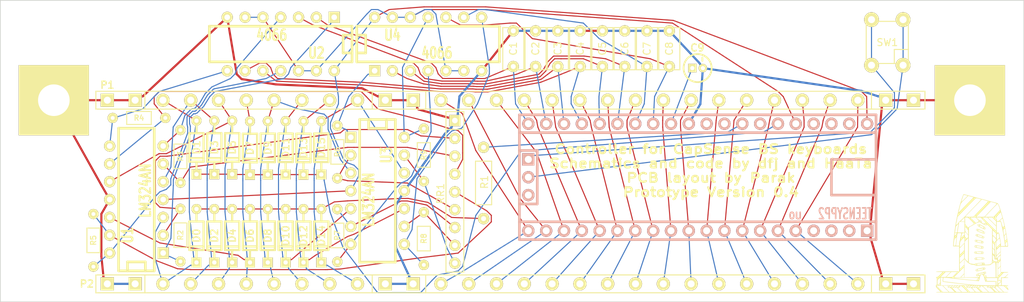
<source format=kicad_pcb>
(kicad_pcb (version 4) (host pcbnew "(2015-07-17 BZR 5958)-product")
  (layers (0 F.Cu signal) (31 B.Cu signal) (34 B.Paste user) (35 F.Paste user) (36 B.SilkS user) (37 F.SilkS user) (38 B.Mask user) (39 F.Mask user) (44 Edge.Cuts user))
  (net 0 "")
  (net 1 +5V)
  (net 2 /ADC_0)
  (net 3 /ADC_1)
  (net 4 /ADC_2)
  (net 5 /ADC_3)
  (net 6 /ADC_4)
  (net 7 /ADC_5)
  (net 8 /ADC_6)
  (net 9 /ADC_7)
  (net 10 /AREF)
  (net 11 /HOLD_CTRL)
  (net 12 /RESET)
  (net 13 /RST_GND)
  (net 14 /SENSE_0)
  (net 15 /SENSE_1)
  (net 16 /SENSE_2)
  (net 17 /SENSE_3)
  (net 18 /SENSE_4)
  (net 19 /SENSE_5)
  (net 20 /SENSE_6)
  (net 21 /SENSE_7)
  (net 22 /SR0)
  (net 23 /SR1)
  (net 24 /SR2)
  (net 25 /SR3)
  (net 26 /SR4)
  (net 27 /SR5)
  (net 28 /SR6)
  (net 29 /SR7)
  (net 30 /STAB_HIGH)
  (net 31 /STAB_LOW)
  (net 32 /STROBE_0)
  (net 33 /STROBE_1)
  (net 34 /STROBE_10)
  (net 35 /STROBE_11)
  (net 36 /STROBE_12)
  (net 37 /STROBE_13)
  (net 38 /STROBE_14)
  (net 39 /STROBE_15)
  (net 40 /STROBE_2)
  (net 41 /STROBE_3)
  (net 42 /STROBE_4)
  (net 43 /STROBE_5)
  (net 44 /STROBE_6)
  (net 45 /STROBE_7)
  (net 46 /STROBE_8)
  (net 47 /STROBE_9)
  (net 48 GND)
  (net 49 N-000001)
  (net 50 N-0000030)
  (net 51 N-0000031)
  (net 52 N-0000032)
  (net 53 N-0000033)
  (net 54 N-0000034)
  (net 55 N-0000037)
  (net 56 N-0000039)
  (net 57 N-0000040)
  (module DO-35 (layer F.Cu) (at 46.99 56.261 270)
    (fp_text reference D1 (at 0 0 270) (layer F.SilkS) (effects (font (size 1.016 1.016) (thickness 0.2032))))
    (fp_text value DIODE hide)
    (pad 2 thru_hole rect (at 3.81 0 270) (size 1.4224 1.4224) (drill 0.6096) (layers *.Cu *.Mask F.SilkS) (net 31 /STAB_LOW))
    (pad 1 thru_hole circle (at -3.81 0 270) (size 1.4224 1.4224) (drill 0.6096) (layers *.Cu *.Mask F.SilkS) (net 14 /SENSE_0))
  )
  (module DO-35 (layer F.Cu) (at 64.77 68.834 270)
    (fp_text reference D14 (at 0 0 270) (layer F.SilkS) (effects (font (size 1.016 1.016) (thickness 0.2032))))
    (fp_text value DIODE hide)
    (pad 2 thru_hole rect (at 3.81 0 270) (size 1.4224 1.4224) (drill 0.6096) (layers *.Cu *.Mask F.SilkS) (net 21 /SENSE_7))
    (pad 1 thru_hole circle (at -3.81 0 270) (size 1.4224 1.4224) (drill 0.6096) (layers *.Cu *.Mask F.SilkS) (net 49 N-000001))
  )
  (module DO-35 (layer F.Cu) (at 64.77 56.3012 270)
    (fp_text reference D15 (at 0 0 270) (layer F.SilkS) (effects (font (size 1.016 1.016) (thickness 0.2032))))
    (fp_text value DIODE hide)
    (pad 2 thru_hole rect (at 3.81 0 270) (size 1.4224 1.4224) (drill 0.6096) (layers *.Cu *.Mask F.SilkS) (net 31 /STAB_LOW))
    (pad 1 thru_hole circle (at -3.81 0 270) (size 1.4224 1.4224) (drill 0.6096) (layers *.Cu *.Mask F.SilkS) (net 21 /SENSE_7))
  )
  (module DO-35 (layer F.Cu) (at 62.23 68.834 270)
    (fp_text reference D12 (at 0 0 270) (layer F.SilkS) (effects (font (size 1.016 1.016) (thickness 0.2032))))
    (fp_text value DIODE hide)
    (pad 2 thru_hole rect (at 3.81 0 270) (size 1.4224 1.4224) (drill 0.6096) (layers *.Cu *.Mask F.SilkS) (net 20 /SENSE_6))
    (pad 1 thru_hole circle (at -3.81 0 270) (size 1.4224 1.4224) (drill 0.6096) (layers *.Cu *.Mask F.SilkS) (net 49 N-000001))
  )
  (module DO-35 (layer F.Cu) (at 46.99 68.834 270)
    (fp_text reference D0 (at 0 0 270) (layer F.SilkS) (effects (font (size 1.016 1.016) (thickness 0.2032))))
    (fp_text value DIODE hide)
    (pad 2 thru_hole rect (at 3.81 0 270) (size 1.4224 1.4224) (drill 0.6096) (layers *.Cu *.Mask F.SilkS) (net 14 /SENSE_0))
    (pad 1 thru_hole circle (at -3.81 0 270) (size 1.4224 1.4224) (drill 0.6096) (layers *.Cu *.Mask F.SilkS) (net 49 N-000001))
  )
  (module DO-35 (layer F.Cu) (at 49.53 56.261 270)
    (fp_text reference D3 (at 0 0 270) (layer F.SilkS) (effects (font (size 1.016 1.016) (thickness 0.2032))))
    (fp_text value DIODE hide)
    (pad 2 thru_hole rect (at 3.81 0 270) (size 1.4224 1.4224) (drill 0.6096) (layers *.Cu *.Mask F.SilkS) (net 31 /STAB_LOW))
    (pad 1 thru_hole circle (at -3.81 0 270) (size 1.4224 1.4224) (drill 0.6096) (layers *.Cu *.Mask F.SilkS) (net 15 /SENSE_1))
  )
  (module DO-35 (layer F.Cu) (at 49.53 68.834 270)
    (fp_text reference D2 (at 0 0 270) (layer F.SilkS) (effects (font (size 1.016 1.016) (thickness 0.2032))))
    (fp_text value DIODE hide)
    (pad 2 thru_hole rect (at 3.81 0 270) (size 1.4224 1.4224) (drill 0.6096) (layers *.Cu *.Mask F.SilkS) (net 15 /SENSE_1))
    (pad 1 thru_hole circle (at -3.81 0 270) (size 1.4224 1.4224) (drill 0.6096) (layers *.Cu *.Mask F.SilkS) (net 49 N-000001))
  )
  (module DO-35 (layer F.Cu) (at 52.07 56.261 270)
    (fp_text reference D5 (at 0 0 270) (layer F.SilkS) (effects (font (size 1.016 1.016) (thickness 0.2032))))
    (fp_text value DIODE hide)
    (pad 2 thru_hole rect (at 3.81 0 270) (size 1.4224 1.4224) (drill 0.6096) (layers *.Cu *.Mask F.SilkS) (net 31 /STAB_LOW))
    (pad 1 thru_hole circle (at -3.81 0 270) (size 1.4224 1.4224) (drill 0.6096) (layers *.Cu *.Mask F.SilkS) (net 16 /SENSE_2))
  )
  (module DO-35 (layer F.Cu) (at 52.07 68.834 270)
    (fp_text reference D4 (at 0 0 270) (layer F.SilkS) (effects (font (size 1.016 1.016) (thickness 0.2032))))
    (fp_text value DIODE hide)
    (pad 2 thru_hole rect (at 3.81 0 270) (size 1.4224 1.4224) (drill 0.6096) (layers *.Cu *.Mask F.SilkS) (net 16 /SENSE_2))
    (pad 1 thru_hole circle (at -3.81 0 270) (size 1.4224 1.4224) (drill 0.6096) (layers *.Cu *.Mask F.SilkS) (net 49 N-000001))
  )
  (module DO-35 (layer F.Cu) (at 54.61 56.3465 270)
    (fp_text reference D7 (at 0 0 270) (layer F.SilkS) (effects (font (size 1.016 1.016) (thickness 0.2032))))
    (fp_text value DIODE hide)
    (pad 2 thru_hole rect (at 3.81 0 270) (size 1.4224 1.4224) (drill 0.6096) (layers *.Cu *.Mask F.SilkS) (net 31 /STAB_LOW))
    (pad 1 thru_hole circle (at -3.81 0 270) (size 1.4224 1.4224) (drill 0.6096) (layers *.Cu *.Mask F.SilkS) (net 17 /SENSE_3))
  )
  (module DO-35 (layer F.Cu) (at 54.61 68.834 270)
    (fp_text reference D6 (at 0 0 270) (layer F.SilkS) (effects (font (size 1.016 1.016) (thickness 0.2032))))
    (fp_text value DIODE hide)
    (pad 2 thru_hole rect (at 3.81 0 270) (size 1.4224 1.4224) (drill 0.6096) (layers *.Cu *.Mask F.SilkS) (net 17 /SENSE_3))
    (pad 1 thru_hole circle (at -3.81 0 270) (size 1.4224 1.4224) (drill 0.6096) (layers *.Cu *.Mask F.SilkS) (net 49 N-000001))
  )
  (module DO-35 (layer F.Cu) (at 57.15 56.3133 270)
    (fp_text reference D9 (at 0 0 270) (layer F.SilkS) (effects (font (size 1.016 1.016) (thickness 0.2032))))
    (fp_text value DIODE hide)
    (pad 2 thru_hole rect (at 3.81 0 270) (size 1.4224 1.4224) (drill 0.6096) (layers *.Cu *.Mask F.SilkS) (net 31 /STAB_LOW))
    (pad 1 thru_hole circle (at -3.81 0 270) (size 1.4224 1.4224) (drill 0.6096) (layers *.Cu *.Mask F.SilkS) (net 18 /SENSE_4))
  )
  (module DO-35 (layer F.Cu) (at 57.15 68.834 270)
    (fp_text reference D8 (at 0 0 270) (layer F.SilkS) (effects (font (size 1.016 1.016) (thickness 0.2032))))
    (fp_text value DIODE hide)
    (pad 2 thru_hole rect (at 3.81 0 270) (size 1.4224 1.4224) (drill 0.6096) (layers *.Cu *.Mask F.SilkS) (net 18 /SENSE_4))
    (pad 1 thru_hole circle (at -3.81 0 270) (size 1.4224 1.4224) (drill 0.6096) (layers *.Cu *.Mask F.SilkS) (net 49 N-000001))
  )
  (module DO-35 (layer F.Cu) (at 62.23 56.3277 270)
    (fp_text reference D13 (at 0 0 270) (layer F.SilkS) (effects (font (size 1.016 1.016) (thickness 0.2032))))
    (fp_text value DIODE hide)
    (pad 2 thru_hole rect (at 3.81 0 270) (size 1.4224 1.4224) (drill 0.6096) (layers *.Cu *.Mask F.SilkS) (net 31 /STAB_LOW))
    (pad 1 thru_hole circle (at -3.81 0 270) (size 1.4224 1.4224) (drill 0.6096) (layers *.Cu *.Mask F.SilkS) (net 20 /SENSE_6))
  )
  (module DO-35 (layer F.Cu) (at 59.69 68.834 270)
    (fp_text reference D10 (at 0 0 270) (layer F.SilkS) (effects (font (size 1.016 1.016) (thickness 0.2032))))
    (fp_text value DIODE hide)
    (pad 2 thru_hole rect (at 3.81 0 270) (size 1.4224 1.4224) (drill 0.6096) (layers *.Cu *.Mask F.SilkS) (net 19 /SENSE_5))
    (pad 1 thru_hole circle (at -3.81 0 270) (size 1.4224 1.4224) (drill 0.6096) (layers *.Cu *.Mask F.SilkS) (net 49 N-000001))
  )
  (module DO-35 (layer F.Cu) (at 59.69 56.3048 270)
    (fp_text reference D11 (at 0 0 270) (layer F.SilkS) (effects (font (size 1.016 1.016) (thickness 0.2032))))
    (fp_text value DIODE hide)
    (pad 2 thru_hole rect (at 3.81 0 270) (size 1.4224 1.4224) (drill 0.6096) (layers *.Cu *.Mask F.SilkS) (net 31 /STAB_LOW))
    (pad 1 thru_hole circle (at -3.81 0 270) (size 1.4224 1.4224) (drill 0.6096) (layers *.Cu *.Mask F.SilkS) (net 19 /SENSE_5))
  )
  (module RESISTOR_NETWORK_9 (layer F.Cu) (at 83.8 62.5862 270)
    (fp_text reference RR1 (at 0.254 2.032 270) (layer F.SilkS))
    (fp_text value 10K hide)
    (pad 1 thru_hole rect (at -10.16 0 270) (size 1.6 1.6) (drill 0.8) (layers *.Cu *.Mask F.SilkS) (net 48 GND))
    (pad 2 thru_hole circle (at -7.62 0 270) (size 1.6 1.6) (drill 0.8) (layers *.Cu *.Mask F.SilkS) (net 22 /SR0))
    (pad 3 thru_hole circle (at -5.08 0 270) (size 1.6 1.6) (drill 0.8) (layers *.Cu *.Mask F.SilkS) (net 23 /SR1))
    (pad 4 thru_hole circle (at -2.54 0 270) (size 1.6 1.6) (drill 0.8) (layers *.Cu *.Mask F.SilkS) (net 24 /SR2))
    (pad 5 thru_hole circle (at 0 0 270) (size 1.6 1.6) (drill 0.8) (layers *.Cu *.Mask F.SilkS) (net 25 /SR3))
    (pad 6 thru_hole circle (at 2.54 0 270) (size 1.6 1.6) (drill 0.8) (layers *.Cu *.Mask F.SilkS) (net 26 /SR4))
    (pad 7 thru_hole circle (at 5.08 0 270) (size 1.6 1.6) (drill 0.8) (layers *.Cu *.Mask F.SilkS) (net 27 /SR5))
    (pad 8 thru_hole circle (at 7.62 0 270) (size 1.6 1.6) (drill 0.8) (layers *.Cu *.Mask F.SilkS) (net 28 /SR6))
    (pad 9 thru_hole circle (at 10.16 0 270) (size 1.6 1.6) (drill 0.8) (layers *.Cu *.Mask F.SilkS) (net 29 /SR7))
  )
  (module RESISTOR_6.2MM_2.3MM (layer F.Cu) (at 87.8862 61.3185 270)
    (fp_text reference R1 (at -0.127 -0.127 270) (layer F.SilkS))
    (fp_text value 47K hide)
    (pad 1 thru_hole circle (at -5.08 0 270) (size 1.6002 1.6002) (drill 0.7) (layers *.Cu *.Mask F.SilkS) (net 30 /STAB_HIGH))
    (pad 2 thru_hole circle (at 5.08 0 270) (size 1.6002 1.6002) (drill 0.7) (layers *.Cu *.Mask F.SilkS) (net 49 N-000001))
  )
  (module CAPACITOR_DISC_6MM_3MM (layer F.Cu) (at 92.1184 42.1899 90)
    (fp_text reference C1 (at 0 0 90) (layer F.SilkS))
    (fp_text value 500pF hide)
    (pad 1 thru_hole circle (at -2.54 0 90) (size 1.6002 1.6002) (drill 0.7) (layers *.Cu *.Mask F.SilkS) (net 2 /ADC_0))
    (pad 2 thru_hole circle (at 2.54 0 90) (size 1.6002 1.6002) (drill 0.7) (layers *.Cu *.Mask F.SilkS) (net 48 GND))
  )
  (module CAPACITOR_DISC_6MM_3MM (layer F.Cu) (at 95.2934 42.1899 90)
    (fp_text reference C2 (at 0 0 90) (layer F.SilkS))
    (fp_text value 500pF hide)
    (pad 1 thru_hole circle (at -2.54 0 90) (size 1.6002 1.6002) (drill 0.7) (layers *.Cu *.Mask F.SilkS) (net 3 /ADC_1))
    (pad 2 thru_hole circle (at 2.54 0 90) (size 1.6002 1.6002) (drill 0.7) (layers *.Cu *.Mask F.SilkS) (net 48 GND))
  )
  (module CAPACITOR_DISC_6MM_3MM (layer F.Cu) (at 98.4684 42.1899 90)
    (fp_text reference C3 (at 0 0 90) (layer F.SilkS))
    (fp_text value 500pF hide)
    (pad 1 thru_hole circle (at -2.54 0 90) (size 1.6002 1.6002) (drill 0.7) (layers *.Cu *.Mask F.SilkS) (net 4 /ADC_2))
    (pad 2 thru_hole circle (at 2.54 0 90) (size 1.6002 1.6002) (drill 0.7) (layers *.Cu *.Mask F.SilkS) (net 48 GND))
  )
  (module CAPACITOR_DISC_6MM_3MM (layer F.Cu) (at 101.643 42.1899 90)
    (fp_text reference C4 (at 0 0 90) (layer F.SilkS))
    (fp_text value 500pF hide)
    (pad 1 thru_hole circle (at -2.54 0 90) (size 1.6002 1.6002) (drill 0.7) (layers *.Cu *.Mask F.SilkS) (net 5 /ADC_3))
    (pad 2 thru_hole circle (at 2.54 0 90) (size 1.6002 1.6002) (drill 0.7) (layers *.Cu *.Mask F.SilkS) (net 48 GND))
  )
  (module CAPACITOR_DISC_6MM_3MM (layer F.Cu) (at 104.818 42.1899 90)
    (fp_text reference C5 (at 0 0 90) (layer F.SilkS))
    (fp_text value 500pF hide)
    (pad 1 thru_hole circle (at -2.54 0 90) (size 1.6002 1.6002) (drill 0.7) (layers *.Cu *.Mask F.SilkS) (net 6 /ADC_4))
    (pad 2 thru_hole circle (at 2.54 0 90) (size 1.6002 1.6002) (drill 0.7) (layers *.Cu *.Mask F.SilkS) (net 48 GND))
  )
  (module CAPACITOR_DISC_6MM_3MM (layer F.Cu) (at 111.168 42.19 90)
    (fp_text reference C7 (at 0 0 90) (layer F.SilkS))
    (fp_text value 500pF hide)
    (pad 1 thru_hole circle (at -2.54 0 90) (size 1.6002 1.6002) (drill 0.7) (layers *.Cu *.Mask F.SilkS) (net 8 /ADC_6))
    (pad 2 thru_hole circle (at 2.54 0 90) (size 1.6002 1.6002) (drill 0.7) (layers *.Cu *.Mask F.SilkS) (net 48 GND))
  )
  (module CAPACITOR_DISC_6MM_3MM (layer F.Cu) (at 114.343 42.19 90)
    (fp_text reference C8 (at 0 0 90) (layer F.SilkS))
    (fp_text value 500pF hide)
    (pad 1 thru_hole circle (at -2.54 0 90) (size 1.6002 1.6002) (drill 0.7) (layers *.Cu *.Mask F.SilkS) (net 9 /ADC_7))
    (pad 2 thru_hole circle (at 2.54 0 90) (size 1.6002 1.6002) (drill 0.7) (layers *.Cu *.Mask F.SilkS) (net 48 GND))
  )
  (module CAPACITOR_DISC_6MM_3MM (layer F.Cu) (at 107.993 42.1899 90)
    (fp_text reference C6 (at 0 0 90) (layer F.SilkS))
    (fp_text value 500pF hide)
    (pad 1 thru_hole circle (at -2.54 0 90) (size 1.6002 1.6002) (drill 0.7) (layers *.Cu *.Mask F.SilkS) (net 7 /ADC_5))
    (pad 2 thru_hole circle (at 2.54 0 90) (size 1.6002 1.6002) (drill 0.7) (layers *.Cu *.Mask F.SilkS) (net 48 GND))
  )
  (module PIN_ARRAY-30X1 (layer F.Cu) (at 34.29 75.692)
    (fp_text reference P2 (at -2.921 0) (layer F.SilkS) (effects (font (size 1.016 1.016) (thickness 0.2032))))
    (fp_text value MODELF_CONN30 hide)
    (pad 2 thru_hole rect (at 3.96 0) (size 1.88 1.88) (drill 1) (layers *.Cu *.Mask F.SilkS) (net 48 GND))
    (pad 3 thru_hole circle (at 7.92 0) (size 1.88 1.88) (drill 1) (layers *.Cu *.Mask F.SilkS) (net 14 /SENSE_0))
    (pad 4 thru_hole circle (at 11.88 0) (size 1.88 1.88) (drill 1) (layers *.Cu *.Mask F.SilkS) (net 15 /SENSE_1))
    (pad 5 thru_hole circle (at 15.84 0) (size 1.88 1.88) (drill 1) (layers *.Cu *.Mask F.SilkS) (net 16 /SENSE_2))
    (pad 6 thru_hole circle (at 19.8 0) (size 1.88 1.88) (drill 1) (layers *.Cu *.Mask F.SilkS) (net 17 /SENSE_3))
    (pad 7 thru_hole circle (at 23.76 0) (size 1.88 1.88) (drill 1) (layers *.Cu *.Mask F.SilkS) (net 18 /SENSE_4))
    (pad 8 thru_hole circle (at 27.72 0) (size 1.88 1.88) (drill 1) (layers *.Cu *.Mask F.SilkS) (net 19 /SENSE_5))
    (pad 9 thru_hole circle (at 31.68 0) (size 1.88 1.88) (drill 1) (layers *.Cu *.Mask F.SilkS) (net 20 /SENSE_6))
    (pad 10 thru_hole circle (at 35.64 0) (size 1.88 1.88) (drill 1) (layers *.Cu *.Mask F.SilkS) (net 21 /SENSE_7))
    (pad 11 thru_hole rect (at 39.6 0) (size 1.88 1.88) (drill 1) (layers *.Cu *.Mask F.SilkS) (net 48 GND))
    (pad 12 thru_hole rect (at 43.56 0) (size 1.88 1.88) (drill 1) (layers *.Cu *.Mask F.SilkS) (net 48 GND))
    (pad 13 thru_hole circle (at 47.52 0) (size 1.88 1.88) (drill 1) (layers *.Cu *.Mask F.SilkS) (net 32 /STROBE_0))
    (pad 14 thru_hole circle (at 51.48 0) (size 1.88 1.88) (drill 1) (layers *.Cu *.Mask F.SilkS) (net 33 /STROBE_1))
    (pad 15 thru_hole circle (at 55.44 0) (size 1.88 1.88) (drill 1) (layers *.Cu *.Mask F.SilkS) (net 40 /STROBE_2))
    (pad 16 thru_hole circle (at 59.4 0) (size 1.88 1.88) (drill 1) (layers *.Cu *.Mask F.SilkS) (net 41 /STROBE_3))
    (pad 17 thru_hole circle (at 63.36 0) (size 1.88 1.88) (drill 1) (layers *.Cu *.Mask F.SilkS) (net 42 /STROBE_4))
    (pad 18 thru_hole circle (at 67.32 0) (size 1.88 1.88) (drill 1) (layers *.Cu *.Mask F.SilkS) (net 43 /STROBE_5))
    (pad 19 thru_hole circle (at 71.28 0) (size 1.88 1.88) (drill 1) (layers *.Cu *.Mask F.SilkS) (net 44 /STROBE_6))
    (pad 20 thru_hole circle (at 75.24 0) (size 1.88 1.88) (drill 1) (layers *.Cu *.Mask F.SilkS) (net 45 /STROBE_7))
    (pad 21 thru_hole circle (at 79.2 0) (size 1.88 1.88) (drill 1) (layers *.Cu *.Mask F.SilkS) (net 46 /STROBE_8))
    (pad 22 thru_hole circle (at 83.16 0) (size 1.88 1.88) (drill 1) (layers *.Cu *.Mask F.SilkS) (net 47 /STROBE_9))
    (pad 23 thru_hole circle (at 87.12 0) (size 1.88 1.88) (drill 1) (layers *.Cu *.Mask F.SilkS) (net 34 /STROBE_10))
    (pad 24 thru_hole circle (at 91.08 0) (size 1.88 1.88) (drill 1) (layers *.Cu *.Mask F.SilkS) (net 35 /STROBE_11))
    (pad 25 thru_hole circle (at 95.04 0) (size 1.88 1.88) (drill 1) (layers *.Cu *.Mask F.SilkS) (net 36 /STROBE_12))
    (pad 26 thru_hole circle (at 99 0) (size 1.88 1.88) (drill 1) (layers *.Cu *.Mask F.SilkS) (net 37 /STROBE_13))
    (pad 27 thru_hole circle (at 102.96 0) (size 1.88 1.88) (drill 1) (layers *.Cu *.Mask F.SilkS) (net 38 /STROBE_14))
    (pad 28 thru_hole circle (at 106.92 0) (size 1.88 1.88) (drill 1) (layers *.Cu *.Mask F.SilkS) (net 39 /STROBE_15))
    (pad 1 thru_hole rect (at 0 0) (size 1.88 1.88) (drill 1) (layers *.Cu *.Mask F.SilkS) (net 48 GND))
    (pad 29 thru_hole rect (at 110.88 0) (size 1.88 1.88) (drill 1) (layers *.Cu *.Mask F.SilkS) (net 48 GND))
    (pad 30 thru_hole rect (at 114.84 0) (size 1.88 1.88) (drill 1) (layers *.Cu *.Mask F.SilkS) (net 48 GND))
  )
  (module PIN_ARRAY-30X1 (layer F.Cu) (at 34.29 49.53)
    (fp_text reference P1 (at 0 -2.159) (layer F.SilkS) (effects (font (size 1.016 1.016) (thickness 0.2032))))
    (fp_text value MODELF_CONN30 hide)
    (pad 2 thru_hole rect (at 3.96 0) (size 1.88 1.88) (drill 1) (layers *.Cu *.Mask F.SilkS) (net 48 GND))
    (pad 3 thru_hole circle (at 7.92 0) (size 1.88 1.88) (drill 1) (layers *.Cu *.Mask F.SilkS) (net 14 /SENSE_0))
    (pad 4 thru_hole circle (at 11.88 0) (size 1.88 1.88) (drill 1) (layers *.Cu *.Mask F.SilkS) (net 15 /SENSE_1))
    (pad 5 thru_hole circle (at 15.84 0) (size 1.88 1.88) (drill 1) (layers *.Cu *.Mask F.SilkS) (net 16 /SENSE_2))
    (pad 6 thru_hole circle (at 19.8 0) (size 1.88 1.88) (drill 1) (layers *.Cu *.Mask F.SilkS) (net 17 /SENSE_3))
    (pad 7 thru_hole circle (at 23.76 0) (size 1.88 1.88) (drill 1) (layers *.Cu *.Mask F.SilkS) (net 18 /SENSE_4))
    (pad 8 thru_hole circle (at 27.72 0) (size 1.88 1.88) (drill 1) (layers *.Cu *.Mask F.SilkS) (net 19 /SENSE_5))
    (pad 9 thru_hole circle (at 31.68 0) (size 1.88 1.88) (drill 1) (layers *.Cu *.Mask F.SilkS) (net 20 /SENSE_6))
    (pad 10 thru_hole circle (at 35.64 0) (size 1.88 1.88) (drill 1) (layers *.Cu *.Mask F.SilkS) (net 21 /SENSE_7))
    (pad 11 thru_hole rect (at 39.6 0) (size 1.88 1.88) (drill 1) (layers *.Cu *.Mask F.SilkS) (net 48 GND))
    (pad 12 thru_hole rect (at 43.56 0) (size 1.88 1.88) (drill 1) (layers *.Cu *.Mask F.SilkS) (net 48 GND))
    (pad 13 thru_hole circle (at 47.52 0) (size 1.88 1.88) (drill 1) (layers *.Cu *.Mask F.SilkS) (net 32 /STROBE_0))
    (pad 14 thru_hole circle (at 51.48 0) (size 1.88 1.88) (drill 1) (layers *.Cu *.Mask F.SilkS) (net 33 /STROBE_1))
    (pad 15 thru_hole circle (at 55.44 0) (size 1.88 1.88) (drill 1) (layers *.Cu *.Mask F.SilkS) (net 40 /STROBE_2))
    (pad 16 thru_hole circle (at 59.4 0) (size 1.88 1.88) (drill 1) (layers *.Cu *.Mask F.SilkS) (net 41 /STROBE_3))
    (pad 17 thru_hole circle (at 63.36 0) (size 1.88 1.88) (drill 1) (layers *.Cu *.Mask F.SilkS) (net 42 /STROBE_4))
    (pad 18 thru_hole circle (at 67.32 0) (size 1.88 1.88) (drill 1) (layers *.Cu *.Mask F.SilkS) (net 43 /STROBE_5))
    (pad 19 thru_hole circle (at 71.28 0) (size 1.88 1.88) (drill 1) (layers *.Cu *.Mask F.SilkS) (net 44 /STROBE_6))
    (pad 20 thru_hole circle (at 75.24 0) (size 1.88 1.88) (drill 1) (layers *.Cu *.Mask F.SilkS) (net 45 /STROBE_7))
    (pad 21 thru_hole circle (at 79.2 0) (size 1.88 1.88) (drill 1) (layers *.Cu *.Mask F.SilkS) (net 46 /STROBE_8))
    (pad 22 thru_hole circle (at 83.16 0) (size 1.88 1.88) (drill 1) (layers *.Cu *.Mask F.SilkS) (net 47 /STROBE_9))
    (pad 23 thru_hole circle (at 87.12 0) (size 1.88 1.88) (drill 1) (layers *.Cu *.Mask F.SilkS) (net 34 /STROBE_10))
    (pad 24 thru_hole circle (at 91.08 0) (size 1.88 1.88) (drill 1) (layers *.Cu *.Mask F.SilkS) (net 35 /STROBE_11))
    (pad 25 thru_hole circle (at 95.04 0) (size 1.88 1.88) (drill 1) (layers *.Cu *.Mask F.SilkS) (net 36 /STROBE_12))
    (pad 26 thru_hole circle (at 99 0) (size 1.88 1.88) (drill 1) (layers *.Cu *.Mask F.SilkS) (net 37 /STROBE_13))
    (pad 27 thru_hole circle (at 102.96 0) (size 1.88 1.88) (drill 1) (layers *.Cu *.Mask F.SilkS) (net 38 /STROBE_14))
    (pad 28 thru_hole circle (at 106.92 0) (size 1.88 1.88) (drill 1) (layers *.Cu *.Mask F.SilkS) (net 39 /STROBE_15))
    (pad 1 thru_hole rect (at 0 0) (size 1.88 1.88) (drill 1) (layers *.Cu *.Mask F.SilkS) (net 48 GND))
    (pad 29 thru_hole rect (at 110.88 0) (size 1.88 1.88) (drill 1) (layers *.Cu *.Mask F.SilkS) (net 48 GND))
    (pad 30 thru_hole rect (at 114.84 0) (size 1.88 1.88) (drill 1) (layers *.Cu *.Mask F.SilkS) (net 48 GND))
  )
  (module GND_SCREW_PAD (layer F.Cu) (at 26.67 49.53)
    (fp_text reference P5 hide)
    (fp_text value 1PAD hide)
    (pad 1 thru_hole rect (at 0 0) (size 10 10) (drill 4.5) (layers *.Cu *.Mask F.SilkS) (net 48 GND))
  )
  (module GND_SCREW_PAD (layer F.Cu) (at 157.17 49.53)
    (fp_text reference P4 hide)
    (fp_text value 1PAD hide)
    (pad 1 thru_hole rect (at 0 0) (size 10 10) (drill 4.5) (layers *.Cu *.Mask F.SilkS) (net 48 GND))
  )
  (module DIP-14__300 (layer F.Cu) (at 38.4327 63.6791 90)
    (fp_text reference U1 (at -5.08 -1.27 90) (layer F.SilkS) (effects (font (size 1.524 1.143) (thickness 0.3048))))
    (fp_text value LM324AN (at 1.27 1.27 90) (layer F.SilkS) (effects (font (size 1.524 1.143) (thickness 0.3048))))
    (pad 1 thru_hole rect (at -7.62 3.81 90) (size 1.6 1.6) (drill 0.8) (layers *.Cu *.Mask F.SilkS) (net 52 N-0000032))
    (pad 2 thru_hole circle (at -5.08 3.81 90) (size 1.6 1.6) (drill 0.8) (layers *.Cu *.Mask F.SilkS) (net 22 /SR0))
    (pad 3 thru_hole circle (at -2.54 3.81 90) (size 1.6 1.6) (drill 0.8) (layers *.Cu *.Mask F.SilkS) (net 14 /SENSE_0))
    (pad 4 thru_hole circle (at 0 3.81 90) (size 1.6 1.6) (drill 0.8) (layers *.Cu *.Mask F.SilkS) (net 1 +5V))
    (pad 5 thru_hole circle (at 2.54 3.81 90) (size 1.6 1.6) (drill 0.8) (layers *.Cu *.Mask F.SilkS) (net 15 /SENSE_1))
    (pad 6 thru_hole circle (at 5.08 3.81 90) (size 1.6 1.6) (drill 0.8) (layers *.Cu *.Mask F.SilkS) (net 23 /SR1))
    (pad 7 thru_hole circle (at 7.62 3.81 90) (size 1.6 1.6) (drill 0.8) (layers *.Cu *.Mask F.SilkS) (net 55 N-0000037))
    (pad 8 thru_hole circle (at 7.62 -3.81 90) (size 1.6 1.6) (drill 0.8) (layers *.Cu *.Mask F.SilkS) (net 50 N-0000030))
    (pad 9 thru_hole circle (at 5.08 -3.81 90) (size 1.6 1.6) (drill 0.8) (layers *.Cu *.Mask F.SilkS) (net 24 /SR2))
    (pad 10 thru_hole circle (at 2.54 -3.81 90) (size 1.6 1.6) (drill 0.8) (layers *.Cu *.Mask F.SilkS) (net 16 /SENSE_2))
    (pad 11 thru_hole circle (at 0 -3.81 90) (size 1.6 1.6) (drill 0.8) (layers *.Cu *.Mask F.SilkS) (net 48 GND))
    (pad 12 thru_hole circle (at -2.54 -3.81 90) (size 1.6 1.6) (drill 0.8) (layers *.Cu *.Mask F.SilkS) (net 17 /SENSE_3))
    (pad 13 thru_hole circle (at -5.08 -3.81 90) (size 1.6 1.6) (drill 0.8) (layers *.Cu *.Mask F.SilkS) (net 25 /SR3))
    (pad 14 thru_hole circle (at -7.62 -3.81 90) (size 1.6 1.6) (drill 0.8) (layers *.Cu *.Mask F.SilkS) (net 53 N-0000033))
  )
  (module DIP-14__300 (layer F.Cu) (at 79.9848 41.529)
    (fp_text reference U4 (at -5.08 -1.27) (layer F.SilkS) (effects (font (size 1.524 1.143) (thickness 0.3048))))
    (fp_text value 4066 (at 1.27 1.27) (layer F.SilkS) (effects (font (size 1.524 1.143) (thickness 0.3048))))
    (pad 1 thru_hole rect (at -7.62 3.81) (size 1.6 1.6) (drill 0.8) (layers *.Cu *.Mask F.SilkS) (net 56 N-0000039))
    (pad 2 thru_hole circle (at -5.08 3.81) (size 1.6 1.6) (drill 0.8) (layers *.Cu *.Mask F.SilkS) (net 6 /ADC_4))
    (pad 3 thru_hole circle (at -2.54 3.81) (size 1.6 1.6) (drill 0.8) (layers *.Cu *.Mask F.SilkS) (net 7 /ADC_5))
    (pad 4 thru_hole circle (at 0 3.81) (size 1.6 1.6) (drill 0.8) (layers *.Cu *.Mask F.SilkS) (net 57 N-0000040))
    (pad 5 thru_hole circle (at 2.54 3.81) (size 1.6 1.6) (drill 0.8) (layers *.Cu *.Mask F.SilkS) (net 11 /HOLD_CTRL))
    (pad 6 thru_hole circle (at 5.08 3.81) (size 1.6 1.6) (drill 0.8) (layers *.Cu *.Mask F.SilkS) (net 11 /HOLD_CTRL))
    (pad 7 thru_hole circle (at 7.62 3.81) (size 1.6 1.6) (drill 0.8) (layers *.Cu *.Mask F.SilkS) (net 48 GND))
    (pad 8 thru_hole circle (at 7.62 -3.81) (size 1.6 1.6) (drill 0.8) (layers *.Cu *.Mask F.SilkS) (net 54 N-0000034))
    (pad 9 thru_hole circle (at 5.08 -3.81) (size 1.6 1.6) (drill 0.8) (layers *.Cu *.Mask F.SilkS) (net 8 /ADC_6))
    (pad 10 thru_hole circle (at 2.54 -3.81) (size 1.6 1.6) (drill 0.8) (layers *.Cu *.Mask F.SilkS) (net 9 /ADC_7))
    (pad 11 thru_hole circle (at 0 -3.81) (size 1.6 1.6) (drill 0.8) (layers *.Cu *.Mask F.SilkS) (net 51 N-0000031))
    (pad 12 thru_hole circle (at -2.54 -3.81) (size 1.6 1.6) (drill 0.8) (layers *.Cu *.Mask F.SilkS) (net 11 /HOLD_CTRL))
    (pad 13 thru_hole circle (at -5.08 -3.81) (size 1.6 1.6) (drill 0.8) (layers *.Cu *.Mask F.SilkS) (net 11 /HOLD_CTRL))
    (pad 14 thru_hole circle (at -7.62 -3.81) (size 1.6 1.6) (drill 0.8) (layers *.Cu *.Mask F.SilkS) (net 1 +5V))
  )
  (module DIP-14__300 (layer F.Cu) (at 58.9884 41.529 180)
    (fp_text reference U2 (at -5.08 -1.27 180) (layer F.SilkS) (effects (font (size 1.524 1.143) (thickness 0.3048))))
    (fp_text value 4066 (at 1.27 1.27 180) (layer F.SilkS) (effects (font (size 1.524 1.143) (thickness 0.3048))))
    (pad 1 thru_hole rect (at -7.62 3.81 180) (size 1.6 1.6) (drill 0.8) (layers *.Cu *.Mask F.SilkS) (net 52 N-0000032))
    (pad 2 thru_hole circle (at -5.08 3.81 180) (size 1.6 1.6) (drill 0.8) (layers *.Cu *.Mask F.SilkS) (net 2 /ADC_0))
    (pad 3 thru_hole circle (at -2.54 3.81 180) (size 1.6 1.6) (drill 0.8) (layers *.Cu *.Mask F.SilkS) (net 3 /ADC_1))
    (pad 4 thru_hole circle (at 0 3.81 180) (size 1.6 1.6) (drill 0.8) (layers *.Cu *.Mask F.SilkS) (net 55 N-0000037))
    (pad 5 thru_hole circle (at 2.54 3.81 180) (size 1.6 1.6) (drill 0.8) (layers *.Cu *.Mask F.SilkS) (net 11 /HOLD_CTRL))
    (pad 6 thru_hole circle (at 5.08 3.81 180) (size 1.6 1.6) (drill 0.8) (layers *.Cu *.Mask F.SilkS) (net 11 /HOLD_CTRL))
    (pad 7 thru_hole circle (at 7.62 3.81 180) (size 1.6 1.6) (drill 0.8) (layers *.Cu *.Mask F.SilkS) (net 48 GND))
    (pad 8 thru_hole circle (at 7.62 -3.81 180) (size 1.6 1.6) (drill 0.8) (layers *.Cu *.Mask F.SilkS) (net 50 N-0000030))
    (pad 9 thru_hole circle (at 5.08 -3.81 180) (size 1.6 1.6) (drill 0.8) (layers *.Cu *.Mask F.SilkS) (net 4 /ADC_2))
    (pad 10 thru_hole circle (at 2.54 -3.81 180) (size 1.6 1.6) (drill 0.8) (layers *.Cu *.Mask F.SilkS) (net 5 /ADC_3))
    (pad 11 thru_hole circle (at 0 -3.81 180) (size 1.6 1.6) (drill 0.8) (layers *.Cu *.Mask F.SilkS) (net 53 N-0000033))
    (pad 12 thru_hole circle (at -2.54 -3.81 180) (size 1.6 1.6) (drill 0.8) (layers *.Cu *.Mask F.SilkS) (net 11 /HOLD_CTRL))
    (pad 13 thru_hole circle (at -5.08 -3.81 180) (size 1.6 1.6) (drill 0.8) (layers *.Cu *.Mask F.SilkS) (net 11 /HOLD_CTRL))
    (pad 14 thru_hole circle (at -7.62 -3.81 180) (size 1.6 1.6) (drill 0.8) (layers *.Cu *.Mask F.SilkS) (net 1 +5V))
  )
  (module DIP-14__300 (layer F.Cu) (at 72.7788 62.4342 270)
    (fp_text reference U3 (at -5.08 -1.27 270) (layer F.SilkS) (effects (font (size 1.524 1.143) (thickness 0.3048))))
    (fp_text value LM324AN (at 1.27 1.27 270) (layer F.SilkS) (effects (font (size 1.524 1.143) (thickness 0.3048))))
    (pad 1 thru_hole rect (at -7.62 3.81 270) (size 1.6 1.6) (drill 0.8) (layers *.Cu *.Mask F.SilkS) (net 56 N-0000039))
    (pad 2 thru_hole circle (at -5.08 3.81 270) (size 1.6 1.6) (drill 0.8) (layers *.Cu *.Mask F.SilkS) (net 26 /SR4))
    (pad 3 thru_hole circle (at -2.54 3.81 270) (size 1.6 1.6) (drill 0.8) (layers *.Cu *.Mask F.SilkS) (net 18 /SENSE_4))
    (pad 4 thru_hole circle (at 0 3.81 270) (size 1.6 1.6) (drill 0.8) (layers *.Cu *.Mask F.SilkS) (net 1 +5V))
    (pad 5 thru_hole circle (at 2.54 3.81 270) (size 1.6 1.6) (drill 0.8) (layers *.Cu *.Mask F.SilkS) (net 19 /SENSE_5))
    (pad 6 thru_hole circle (at 5.08 3.81 270) (size 1.6 1.6) (drill 0.8) (layers *.Cu *.Mask F.SilkS) (net 27 /SR5))
    (pad 7 thru_hole circle (at 7.62 3.81 270) (size 1.6 1.6) (drill 0.8) (layers *.Cu *.Mask F.SilkS) (net 57 N-0000040))
    (pad 8 thru_hole circle (at 7.62 -3.81 270) (size 1.6 1.6) (drill 0.8) (layers *.Cu *.Mask F.SilkS) (net 54 N-0000034))
    (pad 9 thru_hole circle (at 5.08 -3.81 270) (size 1.6 1.6) (drill 0.8) (layers *.Cu *.Mask F.SilkS) (net 28 /SR6))
    (pad 10 thru_hole circle (at 2.54 -3.81 270) (size 1.6 1.6) (drill 0.8) (layers *.Cu *.Mask F.SilkS) (net 20 /SENSE_6))
    (pad 11 thru_hole circle (at 0 -3.81 270) (size 1.6 1.6) (drill 0.8) (layers *.Cu *.Mask F.SilkS) (net 48 GND))
    (pad 12 thru_hole circle (at -2.54 -3.81 270) (size 1.6 1.6) (drill 0.8) (layers *.Cu *.Mask F.SilkS) (net 21 /SENSE_7))
    (pad 13 thru_hole circle (at -5.08 -3.81 270) (size 1.6 1.6) (drill 0.8) (layers *.Cu *.Mask F.SilkS) (net 29 /SR7))
    (pad 14 thru_hole circle (at -7.62 -3.81 270) (size 1.6 1.6) (drill 0.8) (layers *.Cu *.Mask F.SilkS) (net 51 N-0000031))
  )
  (module TEENSYPP2_NOINT2 (layer B.Cu) (at 118.393 60.5026 180)
    (fp_text reference U0 (at -13.89888 -5.4991 180) (layer B.SilkS) (effects (font (size 0.9144 0.9144) (thickness 0.2286)) (justify mirror)))
    (fp_text value TEENSYPP2 (at -21.00072 -5.19938 180) (layer B.SilkS) (effects (font (size 1.524 0.9144) (thickness 0.2286)) (justify mirror)))
    (pad 52 thru_hole circle (at -24.13 7.62 180) (size 1.75 1.75) (drill 1) (layers *.Cu *.Mask B.SilkS) (net 1 +5V))
    (pad 51 thru_hole circle (at -21.59 7.62 180) (size 1.75 1.75) (drill 1) (layers *.Cu *.Mask B.SilkS))
    (pad 50 thru_hole circle (at -19.05 7.62 180) (size 1.75 1.75) (drill 1) (layers *.Cu *.Mask B.SilkS))
    (pad 49 thru_hole circle (at -16.51 7.62 180) (size 1.75 1.75) (drill 1) (layers *.Cu *.Mask B.SilkS))
    (pad 48 thru_hole circle (at -13.97 7.62 180) (size 1.75 1.75) (drill 1) (layers *.Cu *.Mask B.SilkS) (net 11 /HOLD_CTRL))
    (pad 47 thru_hole circle (at -11.43 7.62 180) (size 1.75 1.75) (drill 1) (layers *.Cu *.Mask B.SilkS) (net 31 /STAB_LOW))
    (pad 46 thru_hole circle (at -8.89 7.62 180) (size 1.75 1.75) (drill 1) (layers *.Cu *.Mask B.SilkS))
    (pad 45 thru_hole circle (at -6.35 7.62 180) (size 1.75 1.75) (drill 1) (layers *.Cu *.Mask B.SilkS) (net 30 /STAB_HIGH))
    (pad 44 thru_hole circle (at -3.81 7.62 180) (size 1.75 1.75) (drill 1) (layers *.Cu *.Mask B.SilkS))
    (pad 43 thru_hole circle (at -1.27 7.62 180) (size 1.75 1.75) (drill 1) (layers *.Cu *.Mask B.SilkS))
    (pad 42 thru_hole circle (at 1.27 7.62 180) (size 1.75 1.75) (drill 1) (layers *.Cu *.Mask B.SilkS) (net 48 GND))
    (pad 41 thru_hole circle (at 3.81 7.62 180) (size 1.75 1.75) (drill 1) (layers *.Cu *.Mask B.SilkS) (net 10 /AREF))
    (pad 40 thru_hole circle (at 6.35 7.62 180) (size 1.75 1.75) (drill 1) (layers *.Cu *.Mask B.SilkS) (net 9 /ADC_7))
    (pad 39 thru_hole circle (at 8.89 7.62 180) (size 1.75 1.75) (drill 1) (layers *.Cu *.Mask B.SilkS) (net 8 /ADC_6))
    (pad 38 thru_hole circle (at 11.43 7.62 180) (size 1.75 1.75) (drill 1) (layers *.Cu *.Mask B.SilkS) (net 7 /ADC_5))
    (pad 37 thru_hole circle (at 13.97 7.62 180) (size 1.75 1.75) (drill 1) (layers *.Cu *.Mask B.SilkS) (net 6 /ADC_4))
    (pad 36 thru_hole circle (at 16.51 7.62 180) (size 1.75 1.75) (drill 1) (layers *.Cu *.Mask B.SilkS) (net 5 /ADC_3))
    (pad 35 thru_hole circle (at 19.05 7.62 180) (size 1.75 1.75) (drill 1) (layers *.Cu *.Mask B.SilkS) (net 4 /ADC_2))
    (pad 34 thru_hole circle (at 21.59 7.62 180) (size 1.75 1.75) (drill 1) (layers *.Cu *.Mask B.SilkS) (net 3 /ADC_1))
    (pad 33 thru_hole circle (at 24.13 7.62 180) (size 1.75 1.75) (drill 1) (layers *.Cu *.Mask B.SilkS) (net 2 /ADC_0))
    (pad 20 thru_hole circle (at 24.13 -7.62 180) (size 1.75 1.75) (drill 1) (layers *.Cu *.Mask B.SilkS) (net 32 /STROBE_0))
    (pad 19 thru_hole circle (at 21.59 -7.62 180) (size 1.75 1.75) (drill 1) (layers *.Cu *.Mask B.SilkS) (net 33 /STROBE_1))
    (pad 18 thru_hole circle (at 19.05 -7.62 180) (size 1.75 1.75) (drill 1) (layers *.Cu *.Mask B.SilkS) (net 40 /STROBE_2))
    (pad 17 thru_hole circle (at 16.51 -7.62 180) (size 1.75 1.75) (drill 1) (layers *.Cu *.Mask B.SilkS) (net 41 /STROBE_3))
    (pad 16 thru_hole circle (at 13.97 -7.62 180) (size 1.75 1.75) (drill 1) (layers *.Cu *.Mask B.SilkS) (net 42 /STROBE_4))
    (pad 15 thru_hole circle (at 11.43 -7.62 180) (size 1.75 1.75) (drill 1) (layers *.Cu *.Mask B.SilkS) (net 43 /STROBE_5))
    (pad 14 thru_hole circle (at 8.89 -7.62 180) (size 1.75 1.75) (drill 1) (layers *.Cu *.Mask B.SilkS) (net 44 /STROBE_6))
    (pad 13 thru_hole circle (at 6.35 -7.62 180) (size 1.75 1.75) (drill 1) (layers *.Cu *.Mask B.SilkS) (net 45 /STROBE_7))
    (pad 12 thru_hole circle (at 3.81 -7.62 180) (size 1.75 1.75) (drill 1) (layers *.Cu *.Mask B.SilkS) (net 46 /STROBE_8))
    (pad 11 thru_hole circle (at 1.27 -7.62 180) (size 1.75 1.75) (drill 1) (layers *.Cu *.Mask B.SilkS) (net 47 /STROBE_9))
    (pad 10 thru_hole circle (at -1.27 -7.62 180) (size 1.75 1.75) (drill 1) (layers *.Cu *.Mask B.SilkS) (net 34 /STROBE_10))
    (pad 9 thru_hole circle (at -3.81 -7.62 180) (size 1.75 1.75) (drill 1) (layers *.Cu *.Mask B.SilkS) (net 35 /STROBE_11))
    (pad 8 thru_hole circle (at -6.35 -7.62 180) (size 1.75 1.75) (drill 1) (layers *.Cu *.Mask B.SilkS) (net 36 /STROBE_12))
    (pad 7 thru_hole circle (at -8.89 -7.62 180) (size 1.75 1.75) (drill 1) (layers *.Cu *.Mask B.SilkS) (net 37 /STROBE_13))
    (pad 6 thru_hole circle (at -11.43 -7.62 180) (size 1.75 1.75) (drill 1) (layers *.Cu *.Mask B.SilkS) (net 38 /STROBE_14))
    (pad 5 thru_hole circle (at -13.97 -7.62 180) (size 1.75 1.75) (drill 1) (layers *.Cu *.Mask B.SilkS) (net 39 /STROBE_15))
    (pad 4 thru_hole circle (at -16.51 -7.62 180) (size 1.75 1.75) (drill 1) (layers *.Cu *.Mask B.SilkS))
    (pad 3 thru_hole circle (at -19.05 -7.62 180) (size 1.75 1.75) (drill 1) (layers *.Cu *.Mask B.SilkS))
    (pad 2 thru_hole circle (at -21.59 -7.62 180) (size 1.75 1.75) (drill 1) (layers *.Cu *.Mask B.SilkS))
    (pad 1 thru_hole rect (at -24.13 -7.62 180) (size 1.75 1.75) (drill 1) (layers *.Cu *.Mask B.SilkS) (net 48 GND))
    (pad 23 thru_hole rect (at 24.13 2.54 180) (size 1.75 1.75) (drill 1) (layers *.Cu *.Mask B.SilkS) (net 12 /RESET))
    (pad 22 thru_hole circle (at 24.13 0 180) (size 1.75 1.75) (drill 1) (layers *.Cu *.Mask B.SilkS) (net 13 /RST_GND))
    (pad 21 thru_hole circle (at 24.13 -2.54 180) (size 1.75 1.75) (drill 1) (layers *.Cu *.Mask B.SilkS))
  )
  (module LOGO (layer B.Cu) (at 157.48 69.977)
    (fp_text reference VAL hide)
    (fp_text value "" hide)
  )
  (module RESISTOR_3.5MM_1.85MM (layer F.Cu) (at 79.375 57.3336 90)
    (fp_text reference R9 (at 0 0 90) (layer F.SilkS) (effects (font (size 0.75 0.75))))
    (fp_text value 36K hide)
    (pad 1 thru_hole circle (at -3.75 0 90) (size 1.45 1.45) (drill 0.55) (layers *.Cu *.Mask F.SilkS) (net 29 /SR7))
    (pad 2 thru_hole circle (at 3.75 0 90) (size 1.45 1.45) (drill 0.55) (layers *.Cu *.Mask F.SilkS) (net 51 N-0000031))
  )
  (module RESISTOR_3.5MM_1.85MM (layer F.Cu) (at 79.375 69.2439 270)
    (fp_text reference R8 (at 0 0 270) (layer F.SilkS) (effects (font (size 0.75 0.75))))
    (fp_text value 36K hide)
    (pad 1 thru_hole circle (at -3.75 0 270) (size 1.45 1.45) (drill 0.55) (layers *.Cu *.Mask F.SilkS) (net 28 /SR6))
    (pad 2 thru_hole circle (at 3.75 0 270) (size 1.45 1.45) (drill 0.55) (layers *.Cu *.Mask F.SilkS) (net 54 N-0000034))
  )
  (module RESISTOR_3.5MM_1.85MM (layer F.Cu) (at 67.056 68.7972 270)
    (fp_text reference R7 (at 0 0 270) (layer F.SilkS) (effects (font (size 0.75 0.75))))
    (fp_text value 36K hide)
    (pad 1 thru_hole circle (at -3.75 0 270) (size 1.45 1.45) (drill 0.55) (layers *.Cu *.Mask F.SilkS) (net 27 /SR5))
    (pad 2 thru_hole circle (at 3.75 0 270) (size 1.45 1.45) (drill 0.55) (layers *.Cu *.Mask F.SilkS) (net 57 N-0000040))
  )
  (module RESISTOR_3.5MM_1.85MM (layer F.Cu) (at 67.056 56.896 90)
    (fp_text reference R6 (at 0 0 90) (layer F.SilkS) (effects (font (size 0.75 0.75))))
    (fp_text value 36K hide)
    (pad 1 thru_hole circle (at -3.75 0 90) (size 1.45 1.45) (drill 0.55) (layers *.Cu *.Mask F.SilkS) (net 26 /SR4))
    (pad 2 thru_hole circle (at 3.75 0 90) (size 1.45 1.45) (drill 0.55) (layers *.Cu *.Mask F.SilkS) (net 56 N-0000039))
  )
  (module RESISTOR_3.5MM_1.85MM (layer F.Cu) (at 32.3081 69.4941 270)
    (fp_text reference R5 (at 0 0 270) (layer F.SilkS) (effects (font (size 0.75 0.75))))
    (fp_text value 36K hide)
    (pad 1 thru_hole circle (at -3.75 0 270) (size 1.45 1.45) (drill 0.55) (layers *.Cu *.Mask F.SilkS) (net 25 /SR3))
    (pad 2 thru_hole circle (at 3.75 0 270) (size 1.45 1.45) (drill 0.55) (layers *.Cu *.Mask F.SilkS) (net 53 N-0000033))
  )
  (module RESISTOR_3.5MM_1.85MM (layer F.Cu) (at 38.8024 52.0595 180)
    (fp_text reference R4 (at 0 0 180) (layer F.SilkS) (effects (font (size 0.75 0.75))))
    (fp_text value 36K hide)
    (pad 1 thru_hole circle (at -3.75 0 180) (size 1.45 1.45) (drill 0.55) (layers *.Cu *.Mask F.SilkS) (net 24 /SR2))
    (pad 2 thru_hole circle (at 3.75 0 180) (size 1.45 1.45) (drill 0.55) (layers *.Cu *.Mask F.SilkS) (net 50 N-0000030))
  )
  (module RESISTOR_3.5MM_1.85MM (layer F.Cu) (at 44.704 57.5301 90)
    (fp_text reference R3 (at 0 0 90) (layer F.SilkS) (effects (font (size 0.75 0.75))))
    (fp_text value 36K hide)
    (pad 1 thru_hole circle (at -3.75 0 90) (size 1.45 1.45) (drill 0.55) (layers *.Cu *.Mask F.SilkS) (net 23 /SR1))
    (pad 2 thru_hole circle (at 3.75 0 90) (size 1.45 1.45) (drill 0.55) (layers *.Cu *.Mask F.SilkS) (net 55 N-0000037))
  )
  (module RESISTOR_3.5MM_1.85MM (layer F.Cu) (at 44.704 68.7561 270)
    (fp_text reference R2 (at 0 0 270) (layer F.SilkS) (effects (font (size 0.75 0.75))))
    (fp_text value 36K hide)
    (pad 1 thru_hole circle (at -3.75 0 270) (size 1.45 1.45) (drill 0.55) (layers *.Cu *.Mask F.SilkS) (net 22 /SR0))
    (pad 2 thru_hole circle (at 3.75 0 270) (size 1.45 1.45) (drill 0.55) (layers *.Cu *.Mask F.SilkS) (net 52 N-0000032))
  )
  (module BUTTON_TACT_6x6MM (layer F.Cu) (at 145.4 41.3 180)
    (fp_text reference SW1 (at 0 0 180) (layer F.SilkS))
    (fp_text value SW_PUSH_4PIN hide)
    (pad 1 thru_hole circle (at -2.25 -3.25 180) (size 2.1 2.1) (drill 1) (layers *.Cu *.Mask F.SilkS) (net 13 /RST_GND))
    (pad 2 thru_hole circle (at -2.25 3.25 180) (size 2.1 2.1) (drill 1) (layers *.Cu *.Mask F.SilkS) (net 13 /RST_GND))
    (pad 3 thru_hole circle (at 2.25 -3.25 180) (size 2.1 2.1) (drill 1) (layers *.Cu *.Mask F.SilkS) (net 12 /RESET))
    (pad 4 thru_hole circle (at 2.25 3.25 180) (size 2.1 2.1) (drill 1) (layers *.Cu *.Mask F.SilkS) (net 12 /RESET))
  )
  (module CAPACITOR_ELE_4MM_1.5MM (layer F.Cu) (at 118.376 44.958 270)
    (fp_text reference C9 (at -2.898 0.036 360) (layer F.SilkS) (effects (font (size 1.016 1.016) (thickness 0.2032))))
    (fp_text value 1uF hide)
    (pad 1 thru_hole rect (at 0 0.75 270) (size 1.2 1.2) (drill 0.6) (layers *.Cu *.Mask F.SilkS) (net 10 /AREF))
    (pad 2 thru_hole circle (at 0 -0.75 270) (size 1.2 1.2) (drill 0.6) (layers *.Cu *.Mask F.SilkS) (net 48 GND))
  )
  (gr_line (start 19.05 35.306) (end 19.05 78.232) (angle 90) (layer Edge.Cuts) (width 0.1))
  (gr_line (start 164.846 78.232) (end 164.846 35.306) (angle 90) (layer Edge.Cuts) (width 0.1))
  (gr_text "Controller for CapSense BS keyboards\nSchematics and code by dfj and HaaTa\nPCB layout by Parak\nPrototype Version 0.4" (at 120.269 59.563) (layer F.SilkS) (effects (font (size 1.27 1.524) (thickness 0.3))))
  (gr_line (start 19.05 35.306) (end 164.846 35.306) (angle 90) (layer Edge.Cuts) (width 0.1))
  (gr_line (start 164.846 78.232) (end 19.05 78.232) (angle 90) (layer Edge.Cuts) (width 0.1))
  (segment (start 66.6084 45.339) (end 72.3648 37.719) (width 0.1524) (layer B.Cu) (net 1))
  (segment (start 67.2149 49.0143) (end 66.6084 45.339) (width 0.1524) (layer B.Cu) (net 1))
  (segment (start 67.2149 50.0457) (end 67.2149 49.0143) (width 0.1524) (layer B.Cu) (net 1))
  (segment (start 66.0731 52.7389) (end 67.2149 50.0457) (width 0.1524) (layer B.Cu) (net 1))
  (segment (start 66.0731 53.5531) (end 66.0731 52.7389) (width 0.1524) (layer B.Cu) (net 1))
  (segment (start 67.8639 57.8119) (end 66.0731 53.5531) (width 0.1524) (layer B.Cu) (net 1))
  (segment (start 68.5111 58.4591) (end 67.8639 57.8119) (width 0.1524) (layer B.Cu) (net 1))
  (segment (start 69.4265 58.7893) (end 68.5111 58.4591) (width 0.1524) (layer B.Cu) (net 1))
  (segment (start 70.0737 59.4365) (end 69.4265 58.7893) (width 0.1524) (layer B.Cu) (net 1))
  (segment (start 70.0737 60.3519) (end 70.0737 59.4365) (width 0.1524) (layer B.Cu) (net 1))
  (segment (start 68.9688 62.4342) (end 70.0737 60.3519) (width 0.1524) (layer B.Cu) (net 1))
  (segment (start 42.2427 63.6791) (end 68.9688 62.4342) (width 0.1524) (layer F.Cu) (net 1))
  (segment (start 74.4471 36.6141) (end 72.3648 37.719) (width 0.1524) (layer F.Cu) (net 1))
  (segment (start 79.4179 36.233) (end 74.4471 36.6141) (width 0.1524) (layer F.Cu) (net 1))
  (segment (start 80.5517 36.233) (end 79.4179 36.233) (width 0.1524) (layer F.Cu) (net 1))
  (segment (start 88.1717 36.233) (end 80.5517 36.233) (width 0.1524) (layer F.Cu) (net 1))
  (segment (start 114.9099 38.1639) (end 88.1717 36.233) (width 0.1524) (layer F.Cu) (net 1))
  (segment (start 141.7257 48.2851) (end 114.9099 38.1639) (width 0.1524) (layer F.Cu) (net 1))
  (segment (start 142.4549 49.0143) (end 141.7257 48.2851) (width 0.1524) (layer F.Cu) (net 1))
  (segment (start 142.523 52.8826) (end 142.4549 49.0143) (width 0.1524) (layer F.Cu) (net 1))
  (segment (start 92.4451 50.0457) (end 92.1184 44.7299) (width 0.1524) (layer B.Cu) (net 2))
  (segment (start 94.263 52.8826) (end 92.4451 50.0457) (width 0.1524) (layer B.Cu) (net 2))
  (segment (start 88.0625 46.4439) (end 92.1184 44.7299) (width 0.1524) (layer F.Cu) (net 2))
  (segment (start 87.1471 46.4439) (end 88.0625 46.4439) (width 0.1524) (layer F.Cu) (net 2))
  (segment (start 86.657 46.4347) (end 87.1471 46.4439) (width 0.1524) (layer F.Cu) (net 2))
  (segment (start 82.0709 46.4347) (end 86.657 46.4347) (width 0.1524) (layer F.Cu) (net 2))
  (segment (start 81.4291 45.7929) (end 82.0709 46.4347) (width 0.1524) (layer F.Cu) (net 2))
  (segment (start 81.0897 44.8813) (end 81.4291 45.7929) (width 0.1524) (layer F.Cu) (net 2))
  (segment (start 80.4425 44.2341) (end 81.0897 44.8813) (width 0.1524) (layer F.Cu) (net 2))
  (segment (start 65.6821 38.8239) (end 80.4425 44.2341) (width 0.1524) (layer F.Cu) (net 2))
  (segment (start 64.0684 37.719) (end 65.6821 38.8239) (width 0.1524) (layer F.Cu) (net 2))
  (segment (start 96.803 52.8826) (end 95.2934 44.7299) (width 0.1524) (layer B.Cu) (net 3))
  (segment (start 92.5761 45.8349) (end 95.2934 44.7299) (width 0.1524) (layer F.Cu) (net 3))
  (segment (start 88.1717 46.825) (end 92.5761 45.8349) (width 0.1524) (layer F.Cu) (net 3))
  (segment (start 87.0379 46.825) (end 88.1717 46.825) (width 0.1524) (layer F.Cu) (net 3))
  (segment (start 86.583 46.8066) (end 87.0379 46.825) (width 0.1524) (layer F.Cu) (net 3))
  (segment (start 81.9616 46.8066) (end 86.583 46.8066) (width 0.1524) (layer F.Cu) (net 3))
  (segment (start 79.5271 46.4439) (end 81.9616 46.8066) (width 0.1524) (layer F.Cu) (net 3))
  (segment (start 78.8799 45.7967) (end 79.5271 46.4439) (width 0.1524) (layer F.Cu) (net 3))
  (segment (start 78.5497 44.8813) (end 78.8799 45.7967) (width 0.1524) (layer F.Cu) (net 3))
  (segment (start 77.9025 44.2341) (end 78.5497 44.8813) (width 0.1524) (layer F.Cu) (net 3))
  (segment (start 63.6107 38.8239) (end 77.9025 44.2341) (width 0.1524) (layer F.Cu) (net 3))
  (segment (start 61.5284 37.719) (end 63.6107 38.8239) (width 0.1524) (layer F.Cu) (net 3))
  (segment (start 99.343 52.8826) (end 98.4684 44.7299) (width 0.1524) (layer B.Cu) (net 4))
  (segment (start 96.1593 46.5047) (end 98.4684 44.7299) (width 0.1524) (layer F.Cu) (net 4))
  (segment (start 95.9361 46.5971) (end 96.1593 46.5047) (width 0.1524) (layer F.Cu) (net 4))
  (segment (start 88.3991 47.9683) (end 95.9361 46.5971) (width 0.1524) (layer F.Cu) (net 4))
  (segment (start 86.8105 47.9683) (end 88.3991 47.9683) (width 0.1524) (layer F.Cu) (net 4))
  (segment (start 86.3611 47.9224) (end 86.8105 47.9683) (width 0.1524) (layer F.Cu) (net 4))
  (segment (start 81.7397 47.9224) (end 86.3611 47.9224) (width 0.1524) (layer F.Cu) (net 4))
  (segment (start 70.7066 46.9894) (end 81.7397 47.9224) (width 0.1524) (layer F.Cu) (net 4))
  (segment (start 58.5307 46.4439) (end 70.7066 46.9894) (width 0.1524) (layer F.Cu) (net 4))
  (segment (start 57.8835 45.7967) (end 58.5307 46.4439) (width 0.1524) (layer F.Cu) (net 4))
  (segment (start 57.5533 44.8813) (end 57.8835 45.7967) (width 0.1524) (layer F.Cu) (net 4))
  (segment (start 56.9061 44.2341) (end 57.5533 44.8813) (width 0.1524) (layer F.Cu) (net 4))
  (segment (start 55.9907 44.2341) (end 56.9061 44.2341) (width 0.1524) (layer F.Cu) (net 4))
  (segment (start 53.9084 45.339) (end 55.9907 44.2341) (width 0.1524) (layer F.Cu) (net 4))
  (segment (start 100.3651 50.0457) (end 101.883 52.8826) (width 0.1524) (layer B.Cu) (net 5))
  (segment (start 100.3651 49.0143) (end 100.3651 50.0457) (width 0.1524) (layer B.Cu) (net 5))
  (segment (start 101.643 44.7299) (end 100.3651 49.0143) (width 0.1524) (layer B.Cu) (net 5))
  (segment (start 58.3385 46.7906) (end 56.4484 45.339) (width 0.1524) (layer F.Cu) (net 5))
  (segment (start 58.4215 46.825) (end 58.3385 46.7906) (width 0.1524) (layer F.Cu) (net 5))
  (segment (start 70.6308 47.3705) (end 58.4215 46.825) (width 0.1524) (layer F.Cu) (net 5))
  (segment (start 81.6657 48.2943) (end 70.6308 47.3705) (width 0.1524) (layer F.Cu) (net 5))
  (segment (start 86.2818 48.2943) (end 81.6657 48.2943) (width 0.1524) (layer F.Cu) (net 5))
  (segment (start 86.7347 48.3494) (end 86.2818 48.2943) (width 0.1524) (layer F.Cu) (net 5))
  (segment (start 88.4749 48.3494) (end 86.7347 48.3494) (width 0.1524) (layer F.Cu) (net 5))
  (segment (start 96.0119 46.9782) (end 88.4749 48.3494) (width 0.1524) (layer F.Cu) (net 5))
  (segment (start 98.9261 45.8349) (end 96.0119 46.9782) (width 0.1524) (layer F.Cu) (net 5))
  (segment (start 101.643 44.7299) (end 98.9261 45.8349) (width 0.1524) (layer F.Cu) (net 5))
  (segment (start 104.3251 49.0143) (end 104.818 44.7299) (width 0.1524) (layer B.Cu) (net 6))
  (segment (start 104.3251 50.0457) (end 104.3251 49.0143) (width 0.1524) (layer B.Cu) (net 6))
  (segment (start 104.423 52.8826) (end 104.3251 50.0457) (width 0.1524) (layer B.Cu) (net 6))
  (segment (start 102.1007 43.6249) (end 104.818 44.7299) (width 0.1524) (layer F.Cu) (net 6))
  (segment (start 98.9261 43.6249) (end 102.1007 43.6249) (width 0.1524) (layer F.Cu) (net 6))
  (segment (start 98.0107 43.6249) (end 98.9261 43.6249) (width 0.1524) (layer F.Cu) (net 6))
  (segment (start 97.3634 44.2722) (end 98.0107 43.6249) (width 0.1524) (layer F.Cu) (net 6))
  (segment (start 96.7451 45.3799) (end 97.3634 44.2722) (width 0.1524) (layer F.Cu) (net 6))
  (segment (start 95.9434 46.1816) (end 96.7451 45.3799) (width 0.1524) (layer F.Cu) (net 6))
  (segment (start 95.8603 46.216) (end 95.9434 46.1816) (width 0.1524) (layer F.Cu) (net 6))
  (segment (start 88.3233 47.5872) (end 95.8603 46.216) (width 0.1524) (layer F.Cu) (net 6))
  (segment (start 86.8863 47.5872) (end 88.3233 47.5872) (width 0.1524) (layer F.Cu) (net 6))
  (segment (start 86.435 47.5505) (end 86.8863 47.5872) (width 0.1524) (layer F.Cu) (net 6))
  (segment (start 81.8136 47.5505) (end 86.435 47.5505) (width 0.1524) (layer F.Cu) (net 6))
  (segment (start 79.3421 47.2061) (end 81.8136 47.5505) (width 0.1524) (layer F.Cu) (net 6))
  (segment (start 76.9871 46.4439) (end 79.3421 47.2061) (width 0.1524) (layer F.Cu) (net 6))
  (segment (start 74.9048 45.339) (end 76.9871 46.4439) (width 0.1524) (layer F.Cu) (net 6))
  (segment (start 106.963 52.8826) (end 107.993 44.7299) (width 0.1524) (layer B.Cu) (net 7))
  (segment (start 105.2757 43.6249) (end 107.993 44.7299) (width 0.1524) (layer F.Cu) (net 7))
  (segment (start 102.2099 43.2438) (end 105.2757 43.6249) (width 0.1524) (layer F.Cu) (net 7))
  (segment (start 99.0353 43.2438) (end 102.2099 43.2438) (width 0.1524) (layer F.Cu) (net 7))
  (segment (start 97.9015 43.2438) (end 99.0353 43.2438) (width 0.1524) (layer F.Cu) (net 7))
  (segment (start 97.8184 43.2782) (end 97.9015 43.2438) (width 0.1524) (layer F.Cu) (net 7))
  (segment (start 97.0167 44.0799) (end 97.8184 43.2782) (width 0.1524) (layer F.Cu) (net 7))
  (segment (start 96.3984 45.1876) (end 97.0167 44.0799) (width 0.1524) (layer F.Cu) (net 7))
  (segment (start 95.7511 45.8349) (end 96.3984 45.1876) (width 0.1524) (layer F.Cu) (net 7))
  (segment (start 88.2475 47.2061) (end 95.7511 45.8349) (width 0.1524) (layer F.Cu) (net 7))
  (segment (start 86.9621 47.2061) (end 88.2475 47.2061) (width 0.1524) (layer F.Cu) (net 7))
  (segment (start 86.509 47.1785) (end 86.9621 47.2061) (width 0.1524) (layer F.Cu) (net 7))
  (segment (start 81.8876 47.1785) (end 86.509 47.1785) (width 0.1524) (layer F.Cu) (net 7))
  (segment (start 79.4179 46.825) (end 81.8876 47.1785) (width 0.1524) (layer F.Cu) (net 7))
  (segment (start 79.3349 46.7906) (end 79.4179 46.825) (width 0.1524) (layer F.Cu) (net 7))
  (segment (start 77.4448 45.339) (end 79.3349 46.7906) (width 0.1524) (layer F.Cu) (net 7))
  (segment (start 104.3603 40.7549) (end 111.168 44.73) (width 0.1524) (layer B.Cu) (net 8))
  (segment (start 102.1007 38.5449) (end 104.3603 40.7549) (width 0.1524) (layer B.Cu) (net 8))
  (segment (start 88.0625 36.6141) (end 102.1007 38.5449) (width 0.1524) (layer B.Cu) (net 8))
  (segment (start 87.1471 36.6141) (end 88.0625 36.6141) (width 0.1524) (layer B.Cu) (net 8))
  (segment (start 85.0648 37.719) (end 87.1471 36.6141) (width 0.1524) (layer B.Cu) (net 8))
  (segment (start 110.7749 50.0457) (end 111.168 44.73) (width 0.1524) (layer B.Cu) (net 8))
  (segment (start 109.503 52.8826) (end 110.7749 50.0457) (width 0.1524) (layer B.Cu) (net 8))
  (segment (start 112.2451 49.0143) (end 114.343 44.73) (width 0.1524) (layer B.Cu) (net 9))
  (segment (start 112.043 52.8826) (end 112.2451 49.0143) (width 0.1524) (layer B.Cu) (net 9))
  (segment (start 111.6257 43.625) (end 114.343 44.73) (width 0.1524) (layer F.Cu) (net 9))
  (segment (start 94.8357 40.7549) (end 111.6257 43.625) (width 0.1524) (layer F.Cu) (net 9))
  (segment (start 92.5761 38.5449) (end 94.8357 40.7549) (width 0.1524) (layer F.Cu) (net 9))
  (segment (start 91.6607 38.5449) (end 92.5761 38.5449) (width 0.1524) (layer F.Cu) (net 9))
  (segment (start 88.0625 38.8239) (end 91.6607 38.5449) (width 0.1524) (layer F.Cu) (net 9))
  (segment (start 87.1471 38.8239) (end 88.0625 38.8239) (width 0.1524) (layer F.Cu) (net 9))
  (segment (start 84.6071 38.8239) (end 87.1471 38.8239) (width 0.1524) (layer F.Cu) (net 9))
  (segment (start 82.5248 37.719) (end 84.6071 38.8239) (width 0.1524) (layer F.Cu) (net 9))
  (segment (start 117.3309 45.6843) (end 114.583 52.8826) (width 0.1524) (layer B.Cu) (net 10))
  (segment (start 117.3309 45.558) (end 117.3309 45.6843) (width 0.1524) (layer B.Cu) (net 10))
  (segment (start 117.3309 45.4818) (end 117.3309 45.558) (width 0.1524) (layer B.Cu) (net 10))
  (segment (start 117.626 44.958) (end 117.3309 45.4818) (width 0.1524) (layer B.Cu) (net 10))
  (segment (start 85.0648 45.339) (end 82.5248 45.339) (width 0.1524) (layer B.Cu) (net 11))
  (segment (start 81.0897 37.2613) (end 82.5248 45.339) (width 0.1524) (layer B.Cu) (net 11))
  (segment (start 80.4425 36.6141) (end 81.0897 37.2613) (width 0.1524) (layer B.Cu) (net 11))
  (segment (start 79.5271 36.6141) (end 80.4425 36.6141) (width 0.1524) (layer B.Cu) (net 11))
  (segment (start 77.4448 37.719) (end 79.5271 36.6141) (width 0.1524) (layer B.Cu) (net 11))
  (segment (start 74.9048 37.719) (end 77.4448 37.719) (width 0.1524) (layer B.Cu) (net 11))
  (segment (start 71.2599 37.2613) (end 64.0684 45.339) (width 0.1524) (layer B.Cu) (net 11))
  (segment (start 71.9071 36.6141) (end 71.2599 37.2613) (width 0.1524) (layer B.Cu) (net 11))
  (segment (start 72.8225 36.6141) (end 71.9071 36.6141) (width 0.1524) (layer B.Cu) (net 11))
  (segment (start 74.9048 37.719) (end 72.8225 36.6141) (width 0.1524) (layer B.Cu) (net 11))
  (segment (start 53.9084 37.719) (end 56.4484 37.719) (width 0.1524) (layer B.Cu) (net 11))
  (segment (start 61.5284 45.339) (end 64.0684 45.339) (width 0.1524) (layer B.Cu) (net 11))
  (segment (start 56.4484 37.719) (end 61.5284 45.339) (width 0.1524) (layer F.Cu) (net 11))
  (segment (start 79.5271 36.6141) (end 77.4448 37.719) (width 0.1524) (layer F.Cu) (net 11))
  (segment (start 80.4425 36.6141) (end 79.5271 36.6141) (width 0.1524) (layer F.Cu) (net 11))
  (segment (start 88.0625 36.6141) (end 80.4425 36.6141) (width 0.1524) (layer F.Cu) (net 11))
  (segment (start 114.8007 38.545) (end 88.0625 36.6141) (width 0.1524) (layer F.Cu) (net 11))
  (segment (start 129.8457 48.2851) (end 114.8007 38.545) (width 0.1524) (layer F.Cu) (net 11))
  (segment (start 130.5749 49.0143) (end 129.8457 48.2851) (width 0.1524) (layer F.Cu) (net 11))
  (segment (start 132.363 52.8826) (end 130.5749 49.0143) (width 0.1524) (layer F.Cu) (net 11))
  (segment (start 95.0618 57.3925) (end 94.263 57.9626) (width 0.1524) (layer B.Cu) (net 12))
  (segment (start 95.138 57.3925) (end 95.0618 57.3925) (width 0.1524) (layer B.Cu) (net 12))
  (segment (start 95.2643 57.3925) (end 95.138 57.3925) (width 0.1524) (layer B.Cu) (net 12))
  (segment (start 143.0117 54.0625) (end 95.2643 57.3925) (width 0.1524) (layer B.Cu) (net 12))
  (segment (start 143.7029 53.3713) (end 143.0117 54.0625) (width 0.1524) (layer B.Cu) (net 12))
  (segment (start 146.4149 50.5963) (end 143.7029 53.3713) (width 0.1524) (layer B.Cu) (net 12))
  (segment (start 146.4149 50.3437) (end 146.4149 50.5963) (width 0.1524) (layer B.Cu) (net 12))
  (segment (start 146.4149 48.4637) (end 146.4149 50.3437) (width 0.1524) (layer B.Cu) (net 12))
  (segment (start 143.15 44.55) (end 146.4149 48.4637) (width 0.1524) (layer B.Cu) (net 12))
  (segment (start 143.15 38.05) (end 143.15 44.55) (width 0.1524) (layer B.Cu) (net 12))
  (segment (start 143.1048 54.4436) (end 94.263 60.5026) (width 0.1524) (layer B.Cu) (net 13))
  (segment (start 143.2154 54.3978) (end 143.1048 54.4436) (width 0.1524) (layer B.Cu) (net 13))
  (segment (start 144.0382 53.575) (end 143.2154 54.3978) (width 0.1524) (layer B.Cu) (net 13))
  (segment (start 146.796 50.7542) (end 144.0382 53.575) (width 0.1524) (layer B.Cu) (net 13))
  (segment (start 147.65 44.55) (end 146.796 50.7542) (width 0.1524) (layer B.Cu) (net 13))
  (segment (start 147.65 38.05) (end 147.65 44.55) (width 0.1524) (layer B.Cu) (net 13))
  (segment (start 46.5837 72.009) (end 46.99 72.644) (width 0.1524) (layer B.Cu) (net 14))
  (segment (start 46.5837 71.9328) (end 46.5837 72.009) (width 0.1524) (layer B.Cu) (net 14))
  (segment (start 46.5837 71.8065) (end 46.5837 71.9328) (width 0.1524) (layer B.Cu) (net 14))
  (segment (start 45.9739 65.4449) (end 46.5837 71.8065) (width 0.1524) (layer B.Cu) (net 14))
  (segment (start 45.9739 60.9085) (end 45.9739 65.4449) (width 0.1524) (layer B.Cu) (net 14))
  (segment (start 45.9739 60.6559) (end 45.9739 60.9085) (width 0.1524) (layer B.Cu) (net 14))
  (segment (start 45.9739 59.2335) (end 45.9739 60.6559) (width 0.1524) (layer B.Cu) (net 14))
  (segment (start 46.99 52.451) (end 45.9739 59.2335) (width 0.1524) (layer B.Cu) (net 14))
  (segment (start 41.1378 68.3014) (end 42.2427 66.2191) (width 0.1524) (layer B.Cu) (net 14))
  (segment (start 41.1378 71.9728) (end 41.1378 68.3014) (width 0.1524) (layer B.Cu) (net 14))
  (segment (start 41.1378 72.2254) (end 41.1378 71.9728) (width 0.1524) (layer B.Cu) (net 14))
  (segment (start 42.21 75.692) (end 41.1378 72.2254) (width 0.1524) (layer B.Cu) (net 14))
  (segment (start 46.355 73.0503) (end 46.99 72.644) (width 0.1524) (layer B.Cu) (net 14))
  (segment (start 46.2788 73.0503) (end 46.355 73.0503) (width 0.1524) (layer B.Cu) (net 14))
  (segment (start 46.1525 73.0503) (end 46.2788 73.0503) (width 0.1524) (layer B.Cu) (net 14))
  (segment (start 42.21 75.692) (end 46.1525 73.0503) (width 0.1524) (layer B.Cu) (net 14))
  (segment (start 42.21 49.53) (end 46.99 52.451) (width 0.1524) (layer F.Cu) (net 14))
  (segment (start 48.5139 59.2335) (end 49.53 52.451) (width 0.1524) (layer B.Cu) (net 15))
  (segment (start 48.5139 60.6559) (end 48.5139 59.2335) (width 0.1524) (layer B.Cu) (net 15))
  (segment (start 48.5139 60.9085) (end 48.5139 60.6559) (width 0.1524) (layer B.Cu) (net 15))
  (segment (start 48.5139 65.4449) (end 48.5139 60.9085) (width 0.1524) (layer B.Cu) (net 15))
  (segment (start 49.1237 71.8065) (end 48.5139 65.4449) (width 0.1524) (layer B.Cu) (net 15))
  (segment (start 49.1237 71.9328) (end 49.1237 71.8065) (width 0.1524) (layer B.Cu) (net 15))
  (segment (start 49.1237 72.009) (end 49.1237 71.9328) (width 0.1524) (layer B.Cu) (net 15))
  (segment (start 49.53 72.644) (end 49.1237 72.009) (width 0.1524) (layer B.Cu) (net 15))
  (segment (start 48.895 73.0503) (end 49.53 72.644) (width 0.1524) (layer B.Cu) (net 15))
  (segment (start 48.8188 73.0503) (end 48.895 73.0503) (width 0.1524) (layer B.Cu) (net 15))
  (segment (start 48.6925 73.0503) (end 48.8188 73.0503) (width 0.1524) (layer B.Cu) (net 15))
  (segment (start 48.5139 73.2289) (end 48.6925 73.0503) (width 0.1524) (layer B.Cu) (net 15))
  (segment (start 46.17 75.692) (end 48.5139 73.2289) (width 0.1524) (layer B.Cu) (net 15))
  (segment (start 43.6741 53.3535) (end 46.17 49.53) (width 0.1524) (layer B.Cu) (net 15))
  (segment (start 43.3476 59.0568) (end 43.6741 53.3535) (width 0.1524) (layer B.Cu) (net 15))
  (segment (start 42.2427 61.1391) (end 43.3476 59.0568) (width 0.1524) (layer B.Cu) (net 15))
  (segment (start 46.17 49.53) (end 49.53 52.451) (width 0.1524) (layer F.Cu) (net 15))
  (segment (start 51.6637 72.009) (end 52.07 72.644) (width 0.1524) (layer B.Cu) (net 16))
  (segment (start 51.6637 71.9328) (end 51.6637 72.009) (width 0.1524) (layer B.Cu) (net 16))
  (segment (start 51.6637 71.8065) (end 51.6637 71.9328) (width 0.1524) (layer B.Cu) (net 16))
  (segment (start 51.0539 65.4449) (end 51.6637 71.8065) (width 0.1524) (layer B.Cu) (net 16))
  (segment (start 51.0539 60.9085) (end 51.0539 65.4449) (width 0.1524) (layer B.Cu) (net 16))
  (segment (start 51.0539 60.6559) (end 51.0539 60.9085) (width 0.1524) (layer B.Cu) (net 16))
  (segment (start 51.0539 59.2335) (end 51.0539 60.6559) (width 0.1524) (layer B.Cu) (net 16))
  (segment (start 52.07 52.451) (end 51.0539 59.2335) (width 0.1524) (layer B.Cu) (net 16))
  (segment (start 51.6637 73.279) (end 52.07 72.644) (width 0.1524) (layer B.Cu) (net 16))
  (segment (start 51.6637 73.3552) (end 51.6637 73.279) (width 0.1524) (layer B.Cu) (net 16))
  (segment (start 51.6637 73.4815) (end 51.6637 73.3552) (width 0.1524) (layer B.Cu) (net 16))
  (segment (start 50.13 75.692) (end 51.6637 73.4815) (width 0.1524) (layer B.Cu) (net 16))
  (segment (start 50.13 49.53) (end 52.07 52.451) (width 0.1524) (layer F.Cu) (net 16))
  (segment (start 42.6933 57.147) (end 52.07 52.451) (width 0.1524) (layer F.Cu) (net 16))
  (segment (start 41.6826 57.147) (end 42.6933 57.147) (width 0.1524) (layer F.Cu) (net 16))
  (segment (start 41.612 57.1762) (end 41.6826 57.147) (width 0.1524) (layer F.Cu) (net 16))
  (segment (start 34.6227 61.1391) (end 41.612 57.1762) (width 0.1524) (layer F.Cu) (net 16))
  (segment (start 54.2037 72.009) (end 54.61 72.644) (width 0.1524) (layer B.Cu) (net 17))
  (segment (start 54.2037 71.9328) (end 54.2037 72.009) (width 0.1524) (layer B.Cu) (net 17))
  (segment (start 54.2037 71.8065) (end 54.2037 71.9328) (width 0.1524) (layer B.Cu) (net 17))
  (segment (start 53.5939 65.4449) (end 54.2037 71.8065) (width 0.1524) (layer B.Cu) (net 17))
  (segment (start 53.5939 60.994) (end 53.5939 65.4449) (width 0.1524) (layer B.Cu) (net 17))
  (segment (start 53.5939 60.7414) (end 53.5939 60.994) (width 0.1524) (layer B.Cu) (net 17))
  (segment (start 53.5939 59.319) (end 53.5939 60.7414) (width 0.1524) (layer B.Cu) (net 17))
  (segment (start 54.61 52.5365) (end 53.5939 59.319) (width 0.1524) (layer B.Cu) (net 17))
  (segment (start 54.2037 73.279) (end 54.61 72.644) (width 0.1524) (layer B.Cu) (net 17))
  (segment (start 54.2037 73.3552) (end 54.2037 73.279) (width 0.1524) (layer B.Cu) (net 17))
  (segment (start 54.2037 73.4815) (end 54.2037 73.3552) (width 0.1524) (layer B.Cu) (net 17))
  (segment (start 54.09 75.692) (end 54.2037 73.4815) (width 0.1524) (layer B.Cu) (net 17))
  (segment (start 54.09 49.53) (end 54.61 52.5365) (width 0.1524) (layer F.Cu) (net 17))
  (segment (start 53.975 72.2377) (end 54.61 72.644) (width 0.1524) (layer F.Cu) (net 17))
  (segment (start 53.8988 72.2377) (end 53.975 72.2377) (width 0.1524) (layer F.Cu) (net 17))
  (segment (start 53.7725 72.2377) (end 53.8988 72.2377) (width 0.1524) (layer F.Cu) (net 17))
  (segment (start 52.9075 71.6279) (end 53.7725 72.2377) (width 0.1524) (layer F.Cu) (net 17))
  (segment (start 41.785 69.864) (end 52.9075 71.6279) (width 0.1524) (layer F.Cu) (net 17))
  (segment (start 34.6227 66.2191) (end 41.785 69.864) (width 0.1524) (layer F.Cu) (net 17))
  (segment (start 56.7437 72.009) (end 57.15 72.644) (width 0.1524) (layer B.Cu) (net 18))
  (segment (start 56.7437 71.9328) (end 56.7437 72.009) (width 0.1524) (layer B.Cu) (net 18))
  (segment (start 56.7437 71.8065) (end 56.7437 71.9328) (width 0.1524) (layer B.Cu) (net 18))
  (segment (start 56.1339 65.4449) (end 56.7437 71.8065) (width 0.1524) (layer B.Cu) (net 18))
  (segment (start 56.1339 60.9608) (end 56.1339 65.4449) (width 0.1524) (layer B.Cu) (net 18))
  (segment (start 56.1339 60.7082) (end 56.1339 60.9608) (width 0.1524) (layer B.Cu) (net 18))
  (segment (start 56.1339 59.2858) (end 56.1339 60.7082) (width 0.1524) (layer B.Cu) (net 18))
  (segment (start 57.15 52.5033) (end 56.1339 59.2858) (width 0.1524) (layer B.Cu) (net 18))
  (segment (start 57.5563 73.279) (end 57.15 72.644) (width 0.1524) (layer B.Cu) (net 18))
  (segment (start 57.5563 73.3552) (end 57.5563 73.279) (width 0.1524) (layer B.Cu) (net 18))
  (segment (start 57.5563 73.4815) (end 57.5563 73.3552) (width 0.1524) (layer B.Cu) (net 18))
  (segment (start 58.05 75.692) (end 57.5563 73.4815) (width 0.1524) (layer B.Cu) (net 18))
  (segment (start 61.4943 50.7749) (end 58.05 49.53) (width 0.1524) (layer B.Cu) (net 18))
  (segment (start 65.1714 51.5221) (end 61.4943 50.7749) (width 0.1524) (layer B.Cu) (net 18))
  (segment (start 65.7391 52.0898) (end 65.1714 51.5221) (width 0.1524) (layer B.Cu) (net 18))
  (segment (start 65.7391 53.6792) (end 65.7391 52.0898) (width 0.1524) (layer B.Cu) (net 18))
  (segment (start 67.4828 57.9211) (end 65.7391 53.6792) (width 0.1524) (layer B.Cu) (net 18))
  (segment (start 67.5172 58.0041) (end 67.4828 57.9211) (width 0.1524) (layer B.Cu) (net 18))
  (segment (start 68.9688 59.8942) (end 67.5172 58.0041) (width 0.1524) (layer B.Cu) (net 18))
  (segment (start 58.05 49.53) (end 57.15 52.5033) (width 0.1524) (layer F.Cu) (net 18))
  (segment (start 58.6739 59.2773) (end 59.69 52.4948) (width 0.1524) (layer B.Cu) (net 19))
  (segment (start 58.6739 60.6997) (end 58.6739 59.2773) (width 0.1524) (layer B.Cu) (net 19))
  (segment (start 58.6739 60.9523) (end 58.6739 60.6997) (width 0.1524) (layer B.Cu) (net 19))
  (segment (start 58.6739 65.4449) (end 58.6739 60.9523) (width 0.1524) (layer B.Cu) (net 19))
  (segment (start 59.2837 71.8065) (end 58.6739 65.4449) (width 0.1524) (layer B.Cu) (net 19))
  (segment (start 59.2837 71.9328) (end 59.2837 71.8065) (width 0.1524) (layer B.Cu) (net 19))
  (segment (start 59.2837 72.009) (end 59.2837 71.9328) (width 0.1524) (layer B.Cu) (net 19))
  (segment (start 59.69 72.644) (end 59.2837 72.009) (width 0.1524) (layer B.Cu) (net 19))
  (segment (start 60.0963 73.279) (end 59.69 72.644) (width 0.1524) (layer B.Cu) (net 19))
  (segment (start 60.0963 73.3552) (end 60.0963 73.279) (width 0.1524) (layer B.Cu) (net 19))
  (segment (start 60.0963 73.4815) (end 60.0963 73.3552) (width 0.1524) (layer B.Cu) (net 19))
  (segment (start 62.01 75.692) (end 60.0963 73.4815) (width 0.1524) (layer B.Cu) (net 19))
  (segment (start 62.01 49.53) (end 59.69 52.4948) (width 0.1524) (layer F.Cu) (net 19))
  (segment (start 60.325 72.2377) (end 59.69 72.644) (width 0.1524) (layer F.Cu) (net 19))
  (segment (start 60.4012 72.2377) (end 60.325 72.2377) (width 0.1524) (layer F.Cu) (net 19))
  (segment (start 60.5275 72.2377) (end 60.4012 72.2377) (width 0.1524) (layer F.Cu) (net 19))
  (segment (start 68.9688 64.9742) (end 60.5275 72.2377) (width 0.1524) (layer F.Cu) (net 19))
  (segment (start 61.8237 72.009) (end 62.23 72.644) (width 0.1524) (layer B.Cu) (net 20))
  (segment (start 61.8237 71.9328) (end 61.8237 72.009) (width 0.1524) (layer B.Cu) (net 20))
  (segment (start 61.8237 71.8065) (end 61.8237 71.9328) (width 0.1524) (layer B.Cu) (net 20))
  (segment (start 61.2139 65.4449) (end 61.8237 71.8065) (width 0.1524) (layer B.Cu) (net 20))
  (segment (start 61.2139 60.9752) (end 61.2139 65.4449) (width 0.1524) (layer B.Cu) (net 20))
  (segment (start 61.2139 60.7226) (end 61.2139 60.9752) (width 0.1524) (layer B.Cu) (net 20))
  (segment (start 61.2139 59.3002) (end 61.2139 60.7226) (width 0.1524) (layer B.Cu) (net 20))
  (segment (start 62.23 52.5177) (end 61.2139 59.3002) (width 0.1524) (layer B.Cu) (net 20))
  (segment (start 62.6363 73.279) (end 62.23 72.644) (width 0.1524) (layer B.Cu) (net 20))
  (segment (start 62.6363 73.3552) (end 62.6363 73.279) (width 0.1524) (layer B.Cu) (net 20))
  (segment (start 62.6363 73.4815) (end 62.6363 73.3552) (width 0.1524) (layer B.Cu) (net 20))
  (segment (start 62.8149 73.6601) (end 62.6363 73.4815) (width 0.1524) (layer B.Cu) (net 20))
  (segment (start 65.97 75.692) (end 62.8149 73.6601) (width 0.1524) (layer B.Cu) (net 20))
  (segment (start 65.97 49.53) (end 62.23 52.5177) (width 0.1524) (layer F.Cu) (net 20))
  (segment (start 62.865 72.2377) (end 62.23 72.644) (width 0.1524) (layer F.Cu) (net 20))
  (segment (start 62.9412 72.2377) (end 62.865 72.2377) (width 0.1524) (layer F.Cu) (net 20))
  (segment (start 63.0675 72.2377) (end 62.9412 72.2377) (width 0.1524) (layer F.Cu) (net 20))
  (segment (start 63.9325 71.6279) (end 63.0675 72.2377) (width 0.1524) (layer F.Cu) (net 20))
  (segment (start 68.5111 68.9493) (end 63.9325 71.6279) (width 0.1524) (layer F.Cu) (net 20))
  (segment (start 69.4265 68.6191) (end 68.5111 68.9493) (width 0.1524) (layer F.Cu) (net 20))
  (segment (start 76.5888 64.9742) (end 69.4265 68.6191) (width 0.1524) (layer F.Cu) (net 20))
  (segment (start 64.3637 72.009) (end 64.77 72.644) (width 0.1524) (layer B.Cu) (net 21))
  (segment (start 64.3637 71.9328) (end 64.3637 72.009) (width 0.1524) (layer B.Cu) (net 21))
  (segment (start 64.3637 71.8065) (end 64.3637 71.9328) (width 0.1524) (layer B.Cu) (net 21))
  (segment (start 63.7539 65.4449) (end 64.3637 71.8065) (width 0.1524) (layer B.Cu) (net 21))
  (segment (start 63.7539 60.9487) (end 63.7539 65.4449) (width 0.1524) (layer B.Cu) (net 21))
  (segment (start 63.7539 60.6961) (end 63.7539 60.9487) (width 0.1524) (layer B.Cu) (net 21))
  (segment (start 63.7539 59.2737) (end 63.7539 60.6961) (width 0.1524) (layer B.Cu) (net 21))
  (segment (start 64.77 52.4912) (end 63.7539 59.2737) (width 0.1524) (layer B.Cu) (net 21))
  (segment (start 65.405 73.0503) (end 64.77 72.644) (width 0.1524) (layer B.Cu) (net 21))
  (segment (start 65.4812 73.0503) (end 65.405 73.0503) (width 0.1524) (layer B.Cu) (net 21))
  (segment (start 65.6075 73.0503) (end 65.4812 73.0503) (width 0.1524) (layer B.Cu) (net 21))
  (segment (start 69.93 75.692) (end 65.6075 73.0503) (width 0.1524) (layer B.Cu) (net 21))
  (segment (start 69.93 49.53) (end 76.5888 59.8942) (width 0.1524) (layer B.Cu) (net 21))
  (segment (start 69.93 49.53) (end 64.77 52.4912) (width 0.1524) (layer F.Cu) (net 21))
  (segment (start 42.2427 68.7591) (end 44.704 65.0061) (width 0.1524) (layer F.Cu) (net 22))
  (segment (start 78.9484 54.6135) (end 83.8 54.9662) (width 0.1524) (layer F.Cu) (net 22))
  (segment (start 77.0465 53.7093) (end 78.9484 54.6135) (width 0.1524) (layer F.Cu) (net 22))
  (segment (start 68.2951 53.7093) (end 77.0465 53.7093) (width 0.1524) (layer F.Cu) (net 22))
  (segment (start 68.0425 53.7093) (end 68.2951 53.7093) (width 0.1524) (layer F.Cu) (net 22))
  (segment (start 67.4826 54.1759) (end 68.0425 53.7093) (width 0.1524) (layer F.Cu) (net 22))
  (segment (start 42.8028 57.5112) (end 67.4826 54.1759) (width 0.1524) (layer F.Cu) (net 22))
  (segment (start 41.7921 57.5112) (end 42.8028 57.5112) (width 0.1524) (layer F.Cu) (net 22))
  (segment (start 41.1548 58.1485) (end 41.7921 57.5112) (width 0.1524) (layer F.Cu) (net 22))
  (segment (start 41.1378 60.6814) (end 41.1548 58.1485) (width 0.1524) (layer F.Cu) (net 22))
  (segment (start 41.1378 63.2214) (end 41.1378 60.6814) (width 0.1524) (layer F.Cu) (net 22))
  (segment (start 41.1378 64.1368) (end 41.1378 63.2214) (width 0.1524) (layer F.Cu) (net 22))
  (segment (start 41.785 64.784) (end 41.1378 64.1368) (width 0.1524) (layer F.Cu) (net 22))
  (segment (start 44.704 65.0061) (end 41.785 64.784) (width 0.1524) (layer F.Cu) (net 22))
  (segment (start 45.9739 59.2335) (end 44.704 61.2801) (width 0.1524) (layer F.Cu) (net 23))
  (segment (start 46.1525 59.0549) (end 45.9739 59.2335) (width 0.1524) (layer F.Cu) (net 23))
  (segment (start 68.5111 56.2493) (end 46.1525 59.0549) (width 0.1524) (layer F.Cu) (net 23))
  (segment (start 69.4265 56.2493) (end 68.5111 56.2493) (width 0.1524) (layer F.Cu) (net 23))
  (segment (start 77.0465 56.2493) (end 69.4265 56.2493) (width 0.1524) (layer F.Cu) (net 23))
  (segment (start 83.8 57.5062) (end 77.0465 56.2493) (width 0.1524) (layer F.Cu) (net 23))
  (segment (start 42.2427 58.5991) (end 44.704 61.2801) (width 0.1524) (layer F.Cu) (net 23))
  (segment (start 34.6227 58.5991) (end 42.5524 52.0595) (width 0.1524) (layer B.Cu) (net 24))
  (segment (start 84.9049 57.9639) (end 83.8 60.0462) (width 0.1524) (layer F.Cu) (net 24))
  (segment (start 84.9049 57.0485) (end 84.9049 57.9639) (width 0.1524) (layer F.Cu) (net 24))
  (segment (start 84.9049 54.5085) (end 84.9049 57.0485) (width 0.1524) (layer F.Cu) (net 24))
  (segment (start 84.2577 53.8613) (end 84.9049 54.5085) (width 0.1524) (layer F.Cu) (net 24))
  (segment (start 82.8737 53.5311) (end 84.2577 53.8613) (width 0.1524) (layer F.Cu) (net 24))
  (segment (start 79.8016 52.5537) (end 82.8737 53.5311) (width 0.1524) (layer F.Cu) (net 24))
  (segment (start 72.8237 50.7749) (end 79.8016 52.5537) (width 0.1524) (layer F.Cu) (net 24))
  (segment (start 72.6451 50.5963) (end 72.8237 50.7749) (width 0.1524) (layer F.Cu) (net 24))
  (segment (start 71.1749 49.0143) (end 72.6451 50.5963) (width 0.1524) (layer F.Cu) (net 24))
  (segment (start 70.4457 48.2851) (end 71.1749 49.0143) (width 0.1524) (layer F.Cu) (net 24))
  (segment (start 42.7257 48.2851) (end 70.4457 48.2851) (width 0.1524) (layer F.Cu) (net 24))
  (segment (start 41.6943 48.2851) (end 42.7257 48.2851) (width 0.1524) (layer F.Cu) (net 24))
  (segment (start 40.9651 49.0143) (end 41.6943 48.2851) (width 0.1524) (layer F.Cu) (net 24))
  (segment (start 40.9651 50.0457) (end 40.9651 49.0143) (width 0.1524) (layer F.Cu) (net 24))
  (segment (start 42.5524 52.0595) (end 40.9651 50.0457) (width 0.1524) (layer F.Cu) (net 24))
  (segment (start 32.3081 65.7441) (end 34.6227 68.7591) (width 0.1524) (layer B.Cu) (net 25))
  (segment (start 88.3439 65.2935) (end 83.8 62.5862) (width 0.1524) (layer F.Cu) (net 25))
  (segment (start 88.9912 65.9408) (end 88.3439 65.2935) (width 0.1524) (layer F.Cu) (net 25))
  (segment (start 88.9912 66.8562) (end 88.9912 65.9408) (width 0.1524) (layer F.Cu) (net 25))
  (segment (start 88.3439 67.5035) (end 88.9912 66.8562) (width 0.1524) (layer F.Cu) (net 25))
  (segment (start 84.2577 71.3111) (end 88.3439 67.5035) (width 0.1524) (layer F.Cu) (net 25))
  (segment (start 78.9484 71.964) (end 84.2577 71.3111) (width 0.1524) (layer F.Cu) (net 25))
  (segment (start 67.4826 73.5771) (end 78.9484 71.964) (width 0.1524) (layer F.Cu) (net 25))
  (segment (start 65.6075 73.6601) (end 67.4826 73.5771) (width 0.1524) (layer F.Cu) (net 25))
  (segment (start 65.3549 73.6601) (end 65.6075 73.6601) (width 0.1524) (layer F.Cu) (net 25))
  (segment (start 46.1525 73.6601) (end 65.3549 73.6601) (width 0.1524) (layer F.Cu) (net 25))
  (segment (start 44.2774 73.536) (end 46.1525 73.6601) (width 0.1524) (layer F.Cu) (net 25))
  (segment (start 41.3164 72.404) (end 44.2774 73.536) (width 0.1524) (layer F.Cu) (net 25))
  (segment (start 34.6227 68.7591) (end 41.3164 72.404) (width 0.1524) (layer F.Cu) (net 25))
  (segment (start 67.056 60.646) (end 68.9688 57.3542) (width 0.1524) (layer F.Cu) (net 26))
  (segment (start 77.0465 61.3293) (end 83.8 65.1262) (width 0.1524) (layer F.Cu) (net 26))
  (segment (start 68.5111 60.9991) (end 77.0465 61.3293) (width 0.1524) (layer F.Cu) (net 26))
  (segment (start 67.056 60.646) (end 68.5111 60.9991) (width 0.1524) (layer F.Cu) (net 26))
  (segment (start 67.056 65.0472) (end 68.9688 67.5142) (width 0.1524) (layer B.Cu) (net 27))
  (segment (start 79.8016 64.464) (end 83.8 67.6662) (width 0.1524) (layer F.Cu) (net 27))
  (segment (start 77.0394 63.8863) (end 79.8016 64.464) (width 0.1524) (layer F.Cu) (net 27))
  (segment (start 76.1382 63.8863) (end 77.0394 63.8863) (width 0.1524) (layer F.Cu) (net 27))
  (segment (start 68.9688 67.5142) (end 76.1382 63.8863) (width 0.1524) (layer F.Cu) (net 27))
  (segment (start 76.5888 67.5142) (end 79.375 65.4939) (width 0.1524) (layer F.Cu) (net 28))
  (segment (start 79.375 65.4939) (end 83.8 70.2062) (width 0.1524) (layer F.Cu) (net 28))
  (segment (start 82.6951 70.6639) (end 83.8 72.7462) (width 0.1524) (layer B.Cu) (net 29))
  (segment (start 79.375 61.0836) (end 82.6951 70.6639) (width 0.1524) (layer B.Cu) (net 29))
  (segment (start 76.5888 57.3542) (end 79.375 61.0836) (width 0.1524) (layer F.Cu) (net 29))
  (segment (start 122.6917 54.0625) (end 87.8862 56.2385) (width 0.1524) (layer B.Cu) (net 30))
  (segment (start 124.743 52.8826) (end 122.6917 54.0625) (width 0.1524) (layer B.Cu) (net 30))
  (segment (start 65.1763 60.7462) (end 64.77 60.1112) (width 0.1524) (layer B.Cu) (net 31))
  (segment (start 65.1763 60.8224) (end 65.1763 60.7462) (width 0.1524) (layer B.Cu) (net 31))
  (segment (start 65.1763 60.9487) (end 65.1763 60.8224) (width 0.1524) (layer B.Cu) (net 31))
  (segment (start 66.0261 65.4738) (end 65.1763 60.9487) (width 0.1524) (layer B.Cu) (net 31))
  (segment (start 67.8639 70.5119) (end 66.0261 65.4738) (width 0.1524) (layer B.Cu) (net 31))
  (segment (start 72.6451 76.7583) (end 67.8639 70.5119) (width 0.1524) (layer B.Cu) (net 31))
  (segment (start 72.8237 76.9369) (end 72.6451 76.7583) (width 0.1524) (layer B.Cu) (net 31))
  (segment (start 78.6637 76.9369) (end 72.8237 76.9369) (width 0.1524) (layer B.Cu) (net 31))
  (segment (start 78.9163 76.9369) (end 78.6637 76.9369) (width 0.1524) (layer B.Cu) (net 31))
  (segment (start 79.0949 76.7583) (end 78.9163 76.9369) (width 0.1524) (layer B.Cu) (net 31))
  (segment (start 80.5651 75.1763) (end 79.0949 76.7583) (width 0.1524) (layer B.Cu) (net 31))
  (segment (start 81.2943 74.4471) (end 80.5651 75.1763) (width 0.1524) (layer B.Cu) (net 31))
  (segment (start 84.2577 73.8511) (end 81.2943 74.4471) (width 0.1524) (layer B.Cu) (net 31))
  (segment (start 84.9049 73.2039) (end 84.2577 73.8511) (width 0.1524) (layer B.Cu) (net 31))
  (segment (start 86.7812 65.9408) (end 84.9049 73.2039) (width 0.1524) (layer B.Cu) (net 31))
  (segment (start 93.0831 56.9613) (end 86.7812 65.9408) (width 0.1524) (layer B.Cu) (net 31))
  (segment (start 93.2617 56.7827) (end 93.0831 56.9613) (width 0.1524) (layer B.Cu) (net 31))
  (segment (start 127.7717 54.0625) (end 93.2617 56.7827) (width 0.1524) (layer B.Cu) (net 31))
  (segment (start 129.823 52.8826) (end 127.7717 54.0625) (width 0.1524) (layer B.Cu) (net 31))
  (segment (start 62.865 60.1244) (end 62.23 60.1377) (width 0.1524) (layer F.Cu) (net 31))
  (segment (start 62.9412 60.1244) (end 62.865 60.1244) (width 0.1524) (layer F.Cu) (net 31))
  (segment (start 64.0588 60.1244) (end 62.9412 60.1244) (width 0.1524) (layer F.Cu) (net 31))
  (segment (start 64.135 60.1244) (end 64.0588 60.1244) (width 0.1524) (layer F.Cu) (net 31))
  (segment (start 64.77 60.1112) (end 64.135 60.1244) (width 0.1524) (layer F.Cu) (net 31))
  (segment (start 47.625 60.071) (end 46.99 60.071) (width 0.1524) (layer F.Cu) (net 31))
  (segment (start 47.7012 60.071) (end 47.625 60.071) (width 0.1524) (layer F.Cu) (net 31))
  (segment (start 48.8188 60.071) (end 47.7012 60.071) (width 0.1524) (layer F.Cu) (net 31))
  (segment (start 48.895 60.071) (end 48.8188 60.071) (width 0.1524) (layer F.Cu) (net 31))
  (segment (start 49.53 60.071) (end 48.895 60.071) (width 0.1524) (layer F.Cu) (net 31))
  (segment (start 50.165 60.071) (end 49.53 60.071) (width 0.1524) (layer F.Cu) (net 31))
  (segment (start 50.2412 60.071) (end 50.165 60.071) (width 0.1524) (layer F.Cu) (net 31))
  (segment (start 51.3588 60.071) (end 50.2412 60.071) (width 0.1524) (layer F.Cu) (net 31))
  (segment (start 51.435 60.071) (end 51.3588 60.071) (width 0.1524) (layer F.Cu) (net 31))
  (segment (start 52.07 60.071) (end 51.435 60.071) (width 0.1524) (layer F.Cu) (net 31))
  (segment (start 52.705 60.1137) (end 52.07 60.071) (width 0.1524) (layer F.Cu) (net 31))
  (segment (start 52.7812 60.1137) (end 52.705 60.1137) (width 0.1524) (layer F.Cu) (net 31))
  (segment (start 53.8988 60.1137) (end 52.7812 60.1137) (width 0.1524) (layer F.Cu) (net 31))
  (segment (start 53.975 60.1137) (end 53.8988 60.1137) (width 0.1524) (layer F.Cu) (net 31))
  (segment (start 54.61 60.1565) (end 53.975 60.1137) (width 0.1524) (layer F.Cu) (net 31))
  (segment (start 55.245 60.1399) (end 54.61 60.1565) (width 0.1524) (layer F.Cu) (net 31))
  (segment (start 55.3212 60.1399) (end 55.245 60.1399) (width 0.1524) (layer F.Cu) (net 31))
  (segment (start 56.4388 60.1399) (end 55.3212 60.1399) (width 0.1524) (layer F.Cu) (net 31))
  (segment (start 56.515 60.1399) (end 56.4388 60.1399) (width 0.1524) (layer F.Cu) (net 31))
  (segment (start 57.15 60.1233) (end 56.515 60.1399) (width 0.1524) (layer F.Cu) (net 31))
  (segment (start 60.325 60.1262) (end 59.69 60.1148) (width 0.1524) (layer F.Cu) (net 31))
  (segment (start 60.4012 60.1262) (end 60.325 60.1262) (width 0.1524) (layer F.Cu) (net 31))
  (segment (start 61.5188 60.1262) (end 60.4012 60.1262) (width 0.1524) (layer F.Cu) (net 31))
  (segment (start 61.595 60.1262) (end 61.5188 60.1262) (width 0.1524) (layer F.Cu) (net 31))
  (segment (start 62.23 60.1377) (end 61.595 60.1262) (width 0.1524) (layer F.Cu) (net 31))
  (segment (start 57.785 60.119) (end 57.15 60.1233) (width 0.1524) (layer F.Cu) (net 31))
  (segment (start 57.8612 60.119) (end 57.785 60.119) (width 0.1524) (layer F.Cu) (net 31))
  (segment (start 58.9788 60.119) (end 57.8612 60.119) (width 0.1524) (layer F.Cu) (net 31))
  (segment (start 59.055 60.119) (end 58.9788 60.119) (width 0.1524) (layer F.Cu) (net 31))
  (segment (start 59.69 60.1148) (end 59.055 60.119) (width 0.1524) (layer F.Cu) (net 31))
  (segment (start 84.4499 74.1978) (end 81.81 75.692) (width 0.1524) (layer B.Cu) (net 32))
  (segment (start 94.263 68.1226) (end 84.4499 74.1978) (width 0.1524) (layer B.Cu) (net 32))
  (segment (start 86.7812 56.6962) (end 94.263 68.1226) (width 0.1524) (layer F.Cu) (net 32))
  (segment (start 84.9049 51.4999) (end 86.7812 56.6962) (width 0.1524) (layer F.Cu) (net 32))
  (segment (start 84.7263 51.3213) (end 84.9049 51.4999) (width 0.1524) (layer F.Cu) (net 32))
  (segment (start 81.81 49.53) (end 84.7263 51.3213) (width 0.1524) (layer F.Cu) (net 32))
  (segment (start 96.803 68.1226) (end 85.77 75.692) (width 0.1524) (layer B.Cu) (net 33))
  (segment (start 93.0831 63.5313) (end 96.803 68.1226) (width 0.1524) (layer F.Cu) (net 33))
  (segment (start 85.77 49.53) (end 93.0831 63.5313) (width 0.1524) (layer F.Cu) (net 33))
  (segment (start 119.663 68.1226) (end 121.41 75.692) (width 0.1524) (layer B.Cu) (net 34))
  (segment (start 121.0231 52.3939) (end 119.663 68.1226) (width 0.1524) (layer F.Cu) (net 34))
  (segment (start 121.41 49.53) (end 121.0231 52.3939) (width 0.1524) (layer F.Cu) (net 34))
  (segment (start 122.203 68.1226) (end 125.37 75.692) (width 0.1524) (layer B.Cu) (net 35))
  (segment (start 123.5631 52.3939) (end 122.203 68.1226) (width 0.1524) (layer F.Cu) (net 35))
  (segment (start 125.37 49.53) (end 123.5631 52.3939) (width 0.1524) (layer F.Cu) (net 35))
  (segment (start 124.743 68.1226) (end 129.33 75.692) (width 0.1524) (layer B.Cu) (net 36))
  (segment (start 128.4629 53.3713) (end 124.743 68.1226) (width 0.1524) (layer F.Cu) (net 36))
  (segment (start 128.6431 52.3939) (end 128.4629 53.3713) (width 0.1524) (layer F.Cu) (net 36))
  (segment (start 129.33 49.53) (end 128.6431 52.3939) (width 0.1524) (layer F.Cu) (net 36))
  (segment (start 127.283 68.1226) (end 133.29 75.692) (width 0.1524) (layer B.Cu) (net 37))
  (segment (start 133.5429 53.3713) (end 127.283 68.1226) (width 0.1524) (layer F.Cu) (net 37))
  (segment (start 133.5429 52.3939) (end 133.5429 53.3713) (width 0.1524) (layer F.Cu) (net 37))
  (segment (start 133.29 49.53) (end 133.5429 52.3939) (width 0.1524) (layer F.Cu) (net 37))
  (segment (start 129.823 68.1226) (end 137.25 75.692) (width 0.1524) (layer B.Cu) (net 38))
  (segment (start 136.0829 53.3713) (end 129.823 68.1226) (width 0.1524) (layer F.Cu) (net 38))
  (segment (start 136.2631 52.3939) (end 136.0829 53.3713) (width 0.1524) (layer F.Cu) (net 38))
  (segment (start 137.25 49.53) (end 136.2631 52.3939) (width 0.1524) (layer F.Cu) (net 38))
  (segment (start 132.363 68.1226) (end 141.21 75.692) (width 0.1524) (layer B.Cu) (net 39))
  (segment (start 141.1629 53.3713) (end 132.363 68.1226) (width 0.1524) (layer F.Cu) (net 39))
  (segment (start 141.21 49.53) (end 141.1629 53.3713) (width 0.1524) (layer F.Cu) (net 39))
  (segment (start 99.343 68.1226) (end 89.73 75.692) (width 0.1524) (layer B.Cu) (net 40))
  (segment (start 95.4429 56.9613) (end 99.343 68.1226) (width 0.1524) (layer F.Cu) (net 40))
  (segment (start 89.73 49.53) (end 95.4429 56.9613) (width 0.1524) (layer F.Cu) (net 40))
  (segment (start 101.883 68.1226) (end 93.69 75.692) (width 0.1524) (layer B.Cu) (net 41))
  (segment (start 95.6231 53.3713) (end 101.883 68.1226) (width 0.1524) (layer F.Cu) (net 41))
  (segment (start 95.4429 52.3939) (end 95.6231 53.3713) (width 0.1524) (layer F.Cu) (net 41))
  (segment (start 93.69 49.53) (end 95.4429 52.3939) (width 0.1524) (layer F.Cu) (net 41))
  (segment (start 104.423 68.1226) (end 97.65 75.692) (width 0.1524) (layer B.Cu) (net 42))
  (segment (start 98.1631 53.3713) (end 104.423 68.1226) (width 0.1524) (layer F.Cu) (net 42))
  (segment (start 97.65 49.53) (end 98.1631 53.3713) (width 0.1524) (layer F.Cu) (net 42))
  (segment (start 106.963 68.1226) (end 101.61 75.692) (width 0.1524) (layer B.Cu) (net 43))
  (segment (start 103.2431 53.3713) (end 106.963 68.1226) (width 0.1524) (layer F.Cu) (net 43))
  (segment (start 103.0629 52.3939) (end 103.2431 53.3713) (width 0.1524) (layer F.Cu) (net 43))
  (segment (start 101.61 49.53) (end 103.0629 52.3939) (width 0.1524) (layer F.Cu) (net 43))
  (segment (start 109.503 68.1226) (end 105.57 75.692) (width 0.1524) (layer B.Cu) (net 44))
  (segment (start 105.7831 53.3713) (end 109.503 68.1226) (width 0.1524) (layer F.Cu) (net 44))
  (segment (start 105.57 49.53) (end 105.7831 53.3713) (width 0.1524) (layer F.Cu) (net 44))
  (segment (start 112.043 68.1226) (end 109.53 75.692) (width 0.1524) (layer B.Cu) (net 45))
  (segment (start 108.3231 53.3713) (end 112.043 68.1226) (width 0.1524) (layer F.Cu) (net 45))
  (segment (start 108.3231 52.3939) (end 108.3231 53.3713) (width 0.1524) (layer F.Cu) (net 45))
  (segment (start 109.53 49.53) (end 108.3231 52.3939) (width 0.1524) (layer F.Cu) (net 45))
  (segment (start 114.583 68.1226) (end 113.49 75.692) (width 0.1524) (layer B.Cu) (net 46))
  (segment (start 113.4031 53.3713) (end 114.583 68.1226) (width 0.1524) (layer F.Cu) (net 46))
  (segment (start 113.4031 52.3939) (end 113.4031 53.3713) (width 0.1524) (layer F.Cu) (net 46))
  (segment (start 113.49 49.53) (end 113.4031 52.3939) (width 0.1524) (layer F.Cu) (net 46))
  (segment (start 117.123 68.1226) (end 117.45 75.692) (width 0.1524) (layer B.Cu) (net 47))
  (segment (start 115.9431 53.3713) (end 117.123 68.1226) (width 0.1524) (layer F.Cu) (net 47))
  (segment (start 115.9431 52.3939) (end 115.9431 53.3713) (width 0.1524) (layer F.Cu) (net 47))
  (segment (start 117.45 49.53) (end 115.9431 52.3939) (width 0.1524) (layer F.Cu) (net 47))
  (segment (start 84.4582 48.9735) (end 87.6048 45.339) (width 0.3048) (layer B.Cu) (net 48))
  (segment (start 84.4489 48.9959) (end 84.4582 48.9735) (width 0.3048) (layer B.Cu) (net 48))
  (segment (start 84.2189 51.4683) (end 84.4489 48.9959) (width 0.3048) (layer B.Cu) (net 48))
  (segment (start 84.2189 51.6262) (end 84.2189 51.4683) (width 0.3048) (layer B.Cu) (net 48))
  (segment (start 84.2189 51.7786) (end 84.2189 51.6262) (width 0.3048) (layer B.Cu) (net 48))
  (segment (start 83.8 52.4262) (end 84.2189 51.7786) (width 0.3048) (layer B.Cu) (net 48))
  (segment (start 95.2934 39.6499) (end 92.1184 39.6499) (width 0.3048) (layer B.Cu) (net 48))
  (segment (start 98.4684 39.6499) (end 95.2934 39.6499) (width 0.3048) (layer B.Cu) (net 48))
  (segment (start 101.643 39.6499) (end 98.4684 39.6499) (width 0.3048) (layer B.Cu) (net 48))
  (segment (start 111.168 39.65) (end 107.993 39.6499) (width 0.3048) (layer B.Cu) (net 48))
  (segment (start 114.343 39.65) (end 111.168 39.65) (width 0.3048) (layer B.Cu) (net 48))
  (segment (start 107.993 39.6499) (end 104.818 39.6499) (width 0.3048) (layer B.Cu) (net 48))
  (segment (start 77.0624 75.692) (end 77.85 75.692) (width 0.3048) (layer B.Cu) (net 48))
  (segment (start 76.91 75.692) (end 77.0624 75.692) (width 0.3048) (layer B.Cu) (net 48))
  (segment (start 74.83 75.692) (end 76.91 75.692) (width 0.3048) (layer B.Cu) (net 48))
  (segment (start 74.6776 75.692) (end 74.83 75.692) (width 0.3048) (layer B.Cu) (net 48))
  (segment (start 73.89 75.692) (end 74.6776 75.692) (width 0.3048) (layer B.Cu) (net 48))
  (segment (start 75.4077 64.485) (end 76.5888 62.4342) (width 0.3048) (layer B.Cu) (net 48))
  (segment (start 75.4077 69.565) (end 75.4077 64.485) (width 0.3048) (layer B.Cu) (net 48))
  (segment (start 75.4077 70.5434) (end 75.4077 69.565) (width 0.3048) (layer B.Cu) (net 48))
  (segment (start 77.2911 74.5941) (end 75.4077 70.5434) (width 0.3048) (layer B.Cu) (net 48))
  (segment (start 77.2911 74.752) (end 77.2911 74.5941) (width 0.3048) (layer B.Cu) (net 48))
  (segment (start 77.2911 74.9044) (end 77.2911 74.752) (width 0.3048) (layer B.Cu) (net 48))
  (segment (start 77.85 75.692) (end 77.2911 74.9044) (width 0.3048) (layer B.Cu) (net 48))
  (segment (start 37.4624 75.692) (end 38.25 75.692) (width 0.3048) (layer B.Cu) (net 48))
  (segment (start 37.31 75.692) (end 37.4624 75.692) (width 0.3048) (layer B.Cu) (net 48))
  (segment (start 35.23 75.692) (end 37.31 75.692) (width 0.3048) (layer B.Cu) (net 48))
  (segment (start 35.0776 75.692) (end 35.23 75.692) (width 0.3048) (layer B.Cu) (net 48))
  (segment (start 34.29 75.692) (end 35.0776 75.692) (width 0.3048) (layer B.Cu) (net 48))
  (segment (start 83.3811 53.0738) (end 83.8 52.4262) (width 0.3048) (layer B.Cu) (net 48))
  (segment (start 83.3811 53.2262) (end 83.3811 53.0738) (width 0.3048) (layer B.Cu) (net 48))
  (segment (start 83.332 53.3637) (end 83.3811 53.2262) (width 0.3048) (layer B.Cu) (net 48))
  (segment (start 82.3671 54.3287) (end 83.332 53.3637) (width 0.3048) (layer B.Cu) (net 48))
  (segment (start 78.004 60.5198) (end 82.3671 54.3287) (width 0.3048) (layer B.Cu) (net 48))
  (segment (start 76.5888 62.4342) (end 78.004 60.5198) (width 0.3048) (layer B.Cu) (net 48))
  (segment (start 118.7711 50.0641) (end 119.126 44.958) (width 0.3048) (layer B.Cu) (net 48))
  (segment (start 118.7618 50.0865) (end 118.7711 50.0641) (width 0.3048) (layer B.Cu) (net 48))
  (segment (start 117.123 52.8826) (end 118.7618 50.0865) (width 0.3048) (layer B.Cu) (net 48))
  (segment (start 118.6071 44.2001) (end 114.343 39.65) (width 0.3048) (layer B.Cu) (net 48))
  (segment (start 119.126 44.958) (end 118.6071 44.2001) (width 0.3048) (layer B.Cu) (net 48))
  (segment (start 144.3824 48.9711) (end 145.17 49.53) (width 0.3048) (layer B.Cu) (net 48))
  (segment (start 144.23 48.9711) (end 144.3824 48.9711) (width 0.3048) (layer B.Cu) (net 48))
  (segment (start 144.0721 48.9711) (end 144.23 48.9711) (width 0.3048) (layer B.Cu) (net 48))
  (segment (start 141.7441 48.2089) (end 144.0721 48.9711) (width 0.3048) (layer B.Cu) (net 48))
  (segment (start 119.126 44.958) (end 141.7441 48.2089) (width 0.3048) (layer B.Cu) (net 48))
  (segment (start 149.9176 49.53) (end 149.13 49.53) (width 0.3048) (layer B.Cu) (net 48))
  (segment (start 92.1184 39.6499) (end 87.6048 45.339) (width 0.3048) (layer F.Cu) (net 48))
  (segment (start 104.818 39.6499) (end 101.643 39.6499) (width 0.3048) (layer F.Cu) (net 48))
  (segment (start 143.0169 68.8452) (end 142.523 68.1226) (width 0.3048) (layer F.Cu) (net 48))
  (segment (start 143.0169 68.9976) (end 143.0169 68.8452) (width 0.3048) (layer F.Cu) (net 48))
  (segment (start 143.0169 69.1555) (end 143.0169 68.9976) (width 0.3048) (layer F.Cu) (net 48))
  (segment (start 144.6111 74.5941) (end 143.0169 69.1555) (width 0.3048) (layer F.Cu) (net 48))
  (segment (start 144.6111 74.752) (end 144.6111 74.5941) (width 0.3048) (layer F.Cu) (net 48))
  (segment (start 144.6111 74.9044) (end 144.6111 74.752) (width 0.3048) (layer F.Cu) (net 48))
  (segment (start 145.17 75.692) (end 144.6111 74.9044) (width 0.3048) (layer F.Cu) (net 48))
  (segment (start 145.9576 75.692) (end 145.17 75.692) (width 0.3048) (layer F.Cu) (net 48))
  (segment (start 146.11 75.692) (end 145.9576 75.692) (width 0.3048) (layer F.Cu) (net 48))
  (segment (start 148.19 75.692) (end 146.11 75.692) (width 0.3048) (layer F.Cu) (net 48))
  (segment (start 148.3424 75.692) (end 148.19 75.692) (width 0.3048) (layer F.Cu) (net 48))
  (segment (start 149.13 75.692) (end 148.3424 75.692) (width 0.3048) (layer F.Cu) (net 48))
  (segment (start 77.0624 49.53) (end 77.85 49.53) (width 0.3048) (layer F.Cu) (net 48))
  (segment (start 76.91 49.53) (end 77.0624 49.53) (width 0.3048) (layer F.Cu) (net 48))
  (segment (start 74.83 49.53) (end 76.91 49.53) (width 0.3048) (layer F.Cu) (net 48))
  (segment (start 74.6776 49.53) (end 74.83 49.53) (width 0.3048) (layer F.Cu) (net 48))
  (segment (start 73.89 49.53) (end 74.6776 49.53) (width 0.3048) (layer F.Cu) (net 48))
  (segment (start 83.1524 52.0073) (end 83.8 52.4262) (width 0.3048) (layer F.Cu) (net 48))
  (segment (start 83 52.0073) (end 83.1524 52.0073) (width 0.3048) (layer F.Cu) (net 48))
  (segment (start 82.8421 52.0073) (end 83 52.0073) (width 0.3048) (layer F.Cu) (net 48))
  (segment (start 78.6321 50.8511) (end 82.8421 52.0073) (width 0.3048) (layer F.Cu) (net 48))
  (segment (start 78.4089 50.6279) (end 78.6321 50.8511) (width 0.3048) (layer F.Cu) (net 48))
  (segment (start 78.4089 50.47) (end 78.4089 50.6279) (width 0.3048) (layer F.Cu) (net 48))
  (segment (start 78.4089 50.3176) (end 78.4089 50.47) (width 0.3048) (layer F.Cu) (net 48))
  (segment (start 77.85 49.53) (end 78.4089 50.3176) (width 0.3048) (layer F.Cu) (net 48))
  (segment (start 37.4624 49.53) (end 38.25 49.53) (width 0.3048) (layer F.Cu) (net 48))
  (segment (start 37.31 49.53) (end 37.4624 49.53) (width 0.3048) (layer F.Cu) (net 48))
  (segment (start 35.23 49.53) (end 37.31 49.53) (width 0.3048) (layer F.Cu) (net 48))
  (segment (start 35.0776 49.53) (end 35.23 49.53) (width 0.3048) (layer F.Cu) (net 48))
  (segment (start 34.29 49.53) (end 35.0776 49.53) (width 0.3048) (layer F.Cu) (net 48))
  (segment (start 143.0169 67.4) (end 142.523 68.1226) (width 0.3048) (layer F.Cu) (net 48))
  (segment (start 143.0169 67.2476) (end 143.0169 67.4) (width 0.3048) (layer F.Cu) (net 48))
  (segment (start 143.0169 67.0897) (end 143.0169 67.2476) (width 0.3048) (layer F.Cu) (net 48))
  (segment (start 144.6111 50.6279) (end 143.0169 67.0897) (width 0.3048) (layer F.Cu) (net 48))
  (segment (start 144.6111 50.47) (end 144.6111 50.6279) (width 0.3048) (layer F.Cu) (net 48))
  (segment (start 144.6111 50.3176) (end 144.6111 50.47) (width 0.3048) (layer F.Cu) (net 48))
  (segment (start 145.17 49.53) (end 144.6111 50.3176) (width 0.3048) (layer F.Cu) (net 48))
  (segment (start 145.9576 49.53) (end 145.17 49.53) (width 0.3048) (layer F.Cu) (net 48))
  (segment (start 146.11 49.53) (end 145.9576 49.53) (width 0.3048) (layer F.Cu) (net 48))
  (segment (start 148.19 49.53) (end 146.11 49.53) (width 0.3048) (layer F.Cu) (net 48))
  (segment (start 148.3424 49.53) (end 148.19 49.53) (width 0.3048) (layer F.Cu) (net 48))
  (segment (start 149.13 49.53) (end 148.3424 49.53) (width 0.3048) (layer F.Cu) (net 48))
  (segment (start 33.5024 49.53) (end 34.29 49.53) (width 0.3048) (layer F.Cu) (net 48))
  (segment (start 33.35 49.53) (end 33.5024 49.53) (width 0.3048) (layer F.Cu) (net 48))
  (segment (start 26.67 49.53) (end 33.35 49.53) (width 0.3048) (layer F.Cu) (net 48))
  (segment (start 33.4416 61.6283) (end 34.6227 63.6791) (width 0.3048) (layer F.Cu) (net 48))
  (segment (start 26.67 49.53) (end 33.4416 61.6283) (width 0.3048) (layer F.Cu) (net 48))
  (segment (start 149.9176 49.53) (end 149.13 49.53) (width 0.3048) (layer F.Cu) (net 48))
  (segment (start 150.07 49.53) (end 149.9176 49.53) (width 0.3048) (layer F.Cu) (net 48))
  (segment (start 157.17 49.53) (end 150.07 49.53) (width 0.3048) (layer F.Cu) (net 48))
  (segment (start 33.7311 74.9044) (end 34.29 75.692) (width 0.3048) (layer F.Cu) (net 48))
  (segment (start 33.7311 74.752) (end 33.7311 74.9044) (width 0.3048) (layer F.Cu) (net 48))
  (segment (start 33.7311 74.5941) (end 33.7311 74.752) (width 0.3048) (layer F.Cu) (net 48))
  (segment (start 33.4416 71.7883) (end 33.7311 74.5941) (width 0.3048) (layer F.Cu) (net 48))
  (segment (start 33.4416 70.8099) (end 33.4416 71.7883) (width 0.3048) (layer F.Cu) (net 48))
  (segment (start 33.4416 65.7299) (end 33.4416 70.8099) (width 0.3048) (layer F.Cu) (net 48))
  (segment (start 34.6227 63.6791) (end 33.4416 65.7299) (width 0.3048) (layer F.Cu) (net 48))
  (segment (start 73.1024 48.9711) (end 73.89 49.53) (width 0.3048) (layer F.Cu) (net 48))
  (segment (start 72.95 48.9711) (end 73.1024 48.9711) (width 0.3048) (layer F.Cu) (net 48))
  (segment (start 72.7921 48.9711) (end 72.95 48.9711) (width 0.3048) (layer F.Cu) (net 48))
  (segment (start 70.7024 47.8951) (end 72.7921 48.9711) (width 0.3048) (layer F.Cu) (net 48))
  (segment (start 70.5399 47.8278) (end 70.7024 47.8951) (width 0.3048) (layer F.Cu) (net 48))
  (segment (start 58.3306 47.2823) (end 70.5399 47.8278) (width 0.3048) (layer F.Cu) (net 48))
  (segment (start 53.4192 46.5201) (end 58.3306 47.2823) (width 0.3048) (layer F.Cu) (net 48))
  (segment (start 52.7273 45.8282) (end 53.4192 46.5201) (width 0.3048) (layer F.Cu) (net 48))
  (segment (start 51.3684 37.719) (end 52.7273 45.8282) (width 0.3048) (layer F.Cu) (net 48))
  (segment (start 39.0376 48.9711) (end 38.25 49.53) (width 0.3048) (layer F.Cu) (net 48))
  (segment (start 39.19 48.9711) (end 39.0376 48.9711) (width 0.3048) (layer F.Cu) (net 48))
  (segment (start 39.3479 48.9711) (end 39.19 48.9711) (width 0.3048) (layer F.Cu) (net 48))
  (segment (start 51.3684 37.719) (end 39.3479 48.9711) (width 0.3048) (layer F.Cu) (net 48))
  (segment (start 62.23 65.024) (end 64.77 65.024) (width 0.1524) (layer F.Cu) (net 49))
  (segment (start 46.99 65.024) (end 49.53 65.024) (width 0.1524) (layer F.Cu) (net 49))
  (segment (start 49.53 65.024) (end 52.07 65.024) (width 0.1524) (layer F.Cu) (net 49))
  (segment (start 52.07 65.024) (end 54.61 65.024) (width 0.1524) (layer F.Cu) (net 49))
  (segment (start 54.61 65.024) (end 57.15 65.024) (width 0.1524) (layer F.Cu) (net 49))
  (segment (start 57.15 65.024) (end 59.69 65.024) (width 0.1524) (layer F.Cu) (net 49))
  (segment (start 59.69 65.024) (end 62.23 65.024) (width 0.1524) (layer F.Cu) (net 49))
  (segment (start 66.6294 64.0173) (end 64.77 65.024) (width 0.1524) (layer F.Cu) (net 49))
  (segment (start 68.5111 63.8693) (end 66.6294 64.0173) (width 0.1524) (layer F.Cu) (net 49))
  (segment (start 76.0287 63.5221) (end 68.5111 63.8693) (width 0.1524) (layer F.Cu) (net 49))
  (segment (start 77.1489 63.5221) (end 76.0287 63.5221) (width 0.1524) (layer F.Cu) (net 49))
  (segment (start 79.9269 64.0829) (end 77.1489 63.5221) (width 0.1524) (layer F.Cu) (net 49))
  (segment (start 79.9824 64.1059) (end 79.9269 64.0829) (width 0.1524) (layer F.Cu) (net 49))
  (segment (start 83.3423 66.2311) (end 79.9824 64.1059) (width 0.1524) (layer F.Cu) (net 49))
  (segment (start 87.8862 66.3985) (end 83.3423 66.2311) (width 0.1524) (layer F.Cu) (net 49))
  (segment (start 39.3163 50.7749) (end 35.0641 52.0927) (width 0.1524) (layer B.Cu) (net 50))
  (segment (start 39.4949 50.5963) (end 39.3163 50.7749) (width 0.1524) (layer B.Cu) (net 50))
  (segment (start 40.9651 49.0143) (end 39.4949 50.5963) (width 0.1524) (layer B.Cu) (net 50))
  (segment (start 41.6943 48.2851) (end 40.9651 49.0143) (width 0.1524) (layer B.Cu) (net 50))
  (segment (start 51.3684 45.339) (end 41.6943 48.2851) (width 0.1524) (layer B.Cu) (net 50))
  (segment (start 35.0524 52.0595) (end 35.0641 52.0927) (width 0.1524) (layer B.Cu) (net 50))
  (segment (start 35.0641 52.0927) (end 34.6227 56.0591) (width 0.1524) (layer B.Cu) (net 50))
  (segment (start 76.3399 44.8813) (end 79.9848 37.719) (width 0.1524) (layer B.Cu) (net 51))
  (segment (start 76.3399 45.7967) (end 76.3399 44.8813) (width 0.1524) (layer B.Cu) (net 51))
  (segment (start 76.5888 54.8142) (end 76.3399 45.7967) (width 0.1524) (layer B.Cu) (net 51))
  (segment (start 76.5888 54.8142) (end 79.375 53.5836) (width 0.1524) (layer B.Cu) (net 51))
  (segment (start 42.7378 70.5753) (end 42.2427 71.2991) (width 0.1524) (layer B.Cu) (net 52))
  (segment (start 42.7378 70.4991) (end 42.7378 70.5753) (width 0.1524) (layer B.Cu) (net 52))
  (segment (start 42.7378 70.3728) (end 42.7378 70.4991) (width 0.1524) (layer B.Cu) (net 52))
  (segment (start 43.3476 69.2168) (end 42.7378 70.3728) (width 0.1524) (layer B.Cu) (net 52))
  (segment (start 43.6923 61.6987) (end 43.3476 69.2168) (width 0.1524) (layer B.Cu) (net 52))
  (segment (start 43.6923 60.861) (end 43.6923 61.6987) (width 0.1524) (layer B.Cu) (net 52))
  (segment (start 46.115 54.332) (end 43.6923 60.861) (width 0.1524) (layer B.Cu) (net 52))
  (segment (start 46.115 53.2282) (end 46.115 54.332) (width 0.1524) (layer B.Cu) (net 52))
  (segment (start 45.9994 52.8613) (end 46.115 53.2282) (width 0.1524) (layer B.Cu) (net 52))
  (segment (start 45.9994 52.0407) (end 45.9994 52.8613) (width 0.1524) (layer B.Cu) (net 52))
  (segment (start 46.5797 51.4604) (end 45.9994 52.0407) (width 0.1524) (layer B.Cu) (net 52))
  (segment (start 46.8253 51.4605) (end 46.5797 51.4604) (width 0.1524) (layer B.Cu) (net 52))
  (segment (start 47.0717 51.3584) (end 46.8253 51.4605) (width 0.1524) (layer B.Cu) (net 52))
  (segment (start 47.9984 50.4317) (end 47.0717 51.3584) (width 0.1524) (layer B.Cu) (net 52))
  (segment (start 48.8851 49.0143) (end 47.9984 50.4317) (width 0.1524) (layer B.Cu) (net 52))
  (segment (start 49.6143 48.2851) (end 48.8851 49.0143) (width 0.1524) (layer B.Cu) (net 52))
  (segment (start 59.4461 46.4439) (end 49.6143 48.2851) (width 0.1524) (layer B.Cu) (net 52))
  (segment (start 60.0933 45.7967) (end 59.4461 46.4439) (width 0.1524) (layer B.Cu) (net 52))
  (segment (start 60.4235 44.8813) (end 60.0933 45.7967) (width 0.1524) (layer B.Cu) (net 52))
  (segment (start 66.1133 38.6453) (end 60.4235 44.8813) (width 0.1524) (layer B.Cu) (net 52))
  (segment (start 66.1133 38.519) (end 66.1133 38.6453) (width 0.1524) (layer B.Cu) (net 52))
  (segment (start 66.1133 38.4428) (end 66.1133 38.519) (width 0.1524) (layer B.Cu) (net 52))
  (segment (start 66.6084 37.719) (end 66.1133 38.4428) (width 0.1524) (layer B.Cu) (net 52))
  (segment (start 42.9665 71.7942) (end 42.2427 71.2991) (width 0.1524) (layer B.Cu) (net 52))
  (segment (start 43.0427 71.7942) (end 42.9665 71.7942) (width 0.1524) (layer B.Cu) (net 52))
  (segment (start 43.169 71.7942) (end 43.0427 71.7942) (width 0.1524) (layer B.Cu) (net 52))
  (segment (start 44.704 72.5061) (end 43.169 71.7942) (width 0.1524) (layer B.Cu) (net 52))
  (segment (start 41.1378 63.2214) (end 34.6227 71.2991) (width 0.1524) (layer B.Cu) (net 53))
  (segment (start 41.785 62.5742) (end 41.1378 63.2214) (width 0.1524) (layer B.Cu) (net 53))
  (segment (start 42.6928 62.2258) (end 41.785 62.5742) (width 0.1524) (layer B.Cu) (net 53))
  (segment (start 43.3294 61.5892) (end 42.6928 62.2258) (width 0.1524) (layer B.Cu) (net 53))
  (segment (start 43.3294 60.7354) (end 43.3294 61.5892) (width 0.1524) (layer B.Cu) (net 53))
  (segment (start 45.7339 54.2067) (end 43.3294 60.7354) (width 0.1524) (layer B.Cu) (net 53))
  (segment (start 45.7339 53.3535) (end 45.7339 54.2067) (width 0.1524) (layer B.Cu) (net 53))
  (segment (start 45.6439 52.99) (end 45.7339 53.3535) (width 0.1524) (layer B.Cu) (net 53))
  (segment (start 45.6439 51.912) (end 45.6439 52.99) (width 0.1524) (layer B.Cu) (net 53))
  (segment (start 45.657 51.8803) (end 45.6439 51.912) (width 0.1524) (layer B.Cu) (net 53))
  (segment (start 46.4193 51.118) (end 45.657 51.8803) (width 0.1524) (layer B.Cu) (net 53))
  (segment (start 46.451 51.1049) (end 46.4193 51.118) (width 0.1524) (layer B.Cu) (net 53))
  (segment (start 46.7545 51.1049) (end 46.451 51.1049) (width 0.1524) (layer B.Cu) (net 53))
  (segment (start 46.8703 51.057) (end 46.7545 51.1049) (width 0.1524) (layer B.Cu) (net 53))
  (segment (start 47.697 50.2303) (end 46.8703 51.057) (width 0.1524) (layer B.Cu) (net 53))
  (segment (start 48.5597 48.8008) (end 47.697 50.2303) (width 0.1524) (layer B.Cu) (net 53))
  (segment (start 49.4008 47.9597) (end 48.5597 48.8008) (width 0.1524) (layer B.Cu) (net 53))
  (segment (start 49.5353 47.904) (end 49.4008 47.9597) (width 0.1524) (layer B.Cu) (net 53))
  (segment (start 56.9061 46.4439) (end 49.5353 47.904) (width 0.1524) (layer B.Cu) (net 53))
  (segment (start 58.9884 45.339) (end 56.9061 46.4439) (width 0.1524) (layer B.Cu) (net 53))
  (segment (start 32.3081 73.2441) (end 34.6227 71.2991) (width 0.1524) (layer B.Cu) (net 53))
  (segment (start 88.7097 44.8813) (end 87.6048 37.719) (width 0.1524) (layer B.Cu) (net 54))
  (segment (start 88.7097 45.7967) (end 88.7097 44.8813) (width 0.1524) (layer B.Cu) (net 54))
  (segment (start 87.0149 50.0457) (end 88.7097 45.7967) (width 0.1524) (layer B.Cu) (net 54))
  (segment (start 84.9049 53.3525) (end 87.0149 50.0457) (width 0.1524) (layer B.Cu) (net 54))
  (segment (start 84.7263 53.5311) (end 84.9049 53.3525) (width 0.1524) (layer B.Cu) (net 54))
  (segment (start 83.3627 53.9104) (end 84.7263 53.5311) (width 0.1524) (layer B.Cu) (net 54))
  (segment (start 82.7442 54.5289) (end 83.3627 53.9104) (width 0.1524) (layer B.Cu) (net 54))
  (segment (start 78.4047 60.6817) (end 82.7442 54.5289) (width 0.1524) (layer B.Cu) (net 54))
  (segment (start 77.6937 67.9719) (end 78.4047 60.6817) (width 0.1524) (layer B.Cu) (net 54))
  (segment (start 76.5888 70.0542) (end 77.6937 67.9719) (width 0.1524) (layer B.Cu) (net 54))
  (segment (start 79.375 72.9939) (end 76.5888 70.0542) (width 0.1524) (layer B.Cu) (net 54))
  (segment (start 45.2883 51.8412) (end 44.704 53.7801) (width 0.1524) (layer B.Cu) (net 55))
  (segment (start 45.3555 51.6789) (end 45.2883 51.8412) (width 0.1524) (layer B.Cu) (net 55))
  (segment (start 46.2179 50.8165) (end 45.3555 51.6789) (width 0.1524) (layer B.Cu) (net 55))
  (segment (start 46.3802 50.7493) (end 46.2179 50.8165) (width 0.1524) (layer B.Cu) (net 55))
  (segment (start 46.6751 50.7494) (end 46.3802 50.7493) (width 0.1524) (layer B.Cu) (net 55))
  (segment (start 47.3894 50.0351) (end 46.6751 50.7494) (width 0.1524) (layer B.Cu) (net 55))
  (segment (start 48.2366 48.5849) (end 47.3894 50.0351) (width 0.1524) (layer B.Cu) (net 55))
  (segment (start 49.1849 47.6366) (end 48.2366 48.5849) (width 0.1524) (layer B.Cu) (net 55))
  (segment (start 51.8261 46.4439) (end 49.1849 47.6366) (width 0.1524) (layer B.Cu) (net 55))
  (segment (start 52.4733 45.7967) (end 51.8261 46.4439) (width 0.1524) (layer B.Cu) (net 55))
  (segment (start 52.8035 44.8813) (end 52.4733 45.7967) (width 0.1524) (layer B.Cu) (net 55))
  (segment (start 58.9884 37.719) (end 52.8035 44.8813) (width 0.1524) (layer B.Cu) (net 55))
  (segment (start 44.704 53.7801) (end 42.2427 56.0591) (width 0.1524) (layer F.Cu) (net 55))
  (segment (start 71.641 45.8341) (end 72.3648 45.339) (width 0.1524) (layer B.Cu) (net 56))
  (segment (start 71.5648 45.8341) (end 71.641 45.8341) (width 0.1524) (layer B.Cu) (net 56))
  (segment (start 71.4385 45.8341) (end 71.5648 45.8341) (width 0.1524) (layer B.Cu) (net 56))
  (segment (start 71.2599 46.0127) (end 71.4385 45.8341) (width 0.1524) (layer B.Cu) (net 56))
  (segment (start 68.6851 49.0143) (end 71.2599 46.0127) (width 0.1524) (layer B.Cu) (net 56))
  (segment (start 67.056 53.146) (end 68.6851 49.0143) (width 0.1524) (layer B.Cu) (net 56))
  (segment (start 68.4737 54.0904) (end 68.9688 54.8142) (width 0.1524) (layer B.Cu) (net 56))
  (segment (start 68.4737 54.0142) (end 68.4737 54.0904) (width 0.1524) (layer B.Cu) (net 56))
  (segment (start 68.4737 53.8879) (end 68.4737 54.0142) (width 0.1524) (layer B.Cu) (net 56))
  (segment (start 68.2951 53.7093) (end 68.4737 53.8879) (width 0.1524) (layer B.Cu) (net 56))
  (segment (start 67.056 53.146) (end 68.2951 53.7093) (width 0.1524) (layer B.Cu) (net 56))
  (segment (start 80.4049 53.157) (end 79.9848 45.339) (width 0.1524) (layer B.Cu) (net 57))
  (segment (start 80.4049 54.0102) (end 80.4049 53.157) (width 0.1524) (layer B.Cu) (net 57))
  (segment (start 77.6341 60.3272) (end 80.4049 54.0102) (width 0.1524) (layer B.Cu) (net 57))
  (segment (start 77.0218 60.9395) (end 77.6341 60.3272) (width 0.1524) (layer B.Cu) (net 57))
  (segment (start 76.1311 61.3293) (end 77.0218 60.9395) (width 0.1524) (layer B.Cu) (net 57))
  (segment (start 75.4839 61.9765) (end 76.1311 61.3293) (width 0.1524) (layer B.Cu) (net 57))
  (segment (start 68.9688 70.0542) (end 75.4839 61.9765) (width 0.1524) (layer B.Cu) (net 57))
  (segment (start 67.056 72.5472) (end 68.9688 70.0542) (width 0.1524) (layer F.Cu) (net 57))
)
</source>
